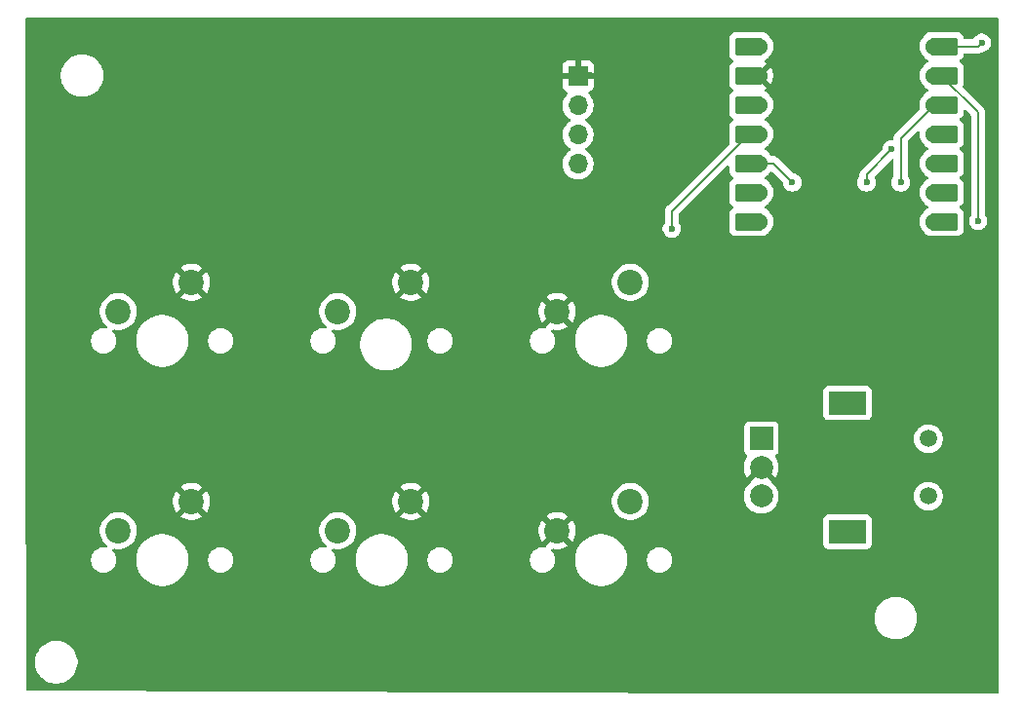
<source format=gbr>
%TF.GenerationSoftware,KiCad,Pcbnew,9.0.7*%
%TF.CreationDate,2026-01-16T03:08:10+02:00*%
%TF.ProjectId,HackPad,4861636b-5061-4642-9e6b-696361645f70,rev?*%
%TF.SameCoordinates,Original*%
%TF.FileFunction,Copper,L2,Bot*%
%TF.FilePolarity,Positive*%
%FSLAX46Y46*%
G04 Gerber Fmt 4.6, Leading zero omitted, Abs format (unit mm)*
G04 Created by KiCad (PCBNEW 9.0.7) date 2026-01-16 03:08:10*
%MOMM*%
%LPD*%
G01*
G04 APERTURE LIST*
G04 Aperture macros list*
%AMRoundRect*
0 Rectangle with rounded corners*
0 $1 Rounding radius*
0 $2 $3 $4 $5 $6 $7 $8 $9 X,Y pos of 4 corners*
0 Add a 4 corners polygon primitive as box body*
4,1,4,$2,$3,$4,$5,$6,$7,$8,$9,$2,$3,0*
0 Add four circle primitives for the rounded corners*
1,1,$1+$1,$2,$3*
1,1,$1+$1,$4,$5*
1,1,$1+$1,$6,$7*
1,1,$1+$1,$8,$9*
0 Add four rect primitives between the rounded corners*
20,1,$1+$1,$2,$3,$4,$5,0*
20,1,$1+$1,$4,$5,$6,$7,0*
20,1,$1+$1,$6,$7,$8,$9,0*
20,1,$1+$1,$8,$9,$2,$3,0*%
G04 Aperture macros list end*
%TA.AperFunction,ComponentPad*%
%ADD10R,1.700000X1.700000*%
%TD*%
%TA.AperFunction,ComponentPad*%
%ADD11O,1.700000X1.700000*%
%TD*%
%TA.AperFunction,ComponentPad*%
%ADD12C,2.200000*%
%TD*%
%TA.AperFunction,ComponentPad*%
%ADD13C,1.500000*%
%TD*%
%TA.AperFunction,ComponentPad*%
%ADD14R,2.000000X2.000000*%
%TD*%
%TA.AperFunction,ComponentPad*%
%ADD15C,2.000000*%
%TD*%
%TA.AperFunction,ComponentPad*%
%ADD16R,3.200000X2.000000*%
%TD*%
%TA.AperFunction,SMDPad,CuDef*%
%ADD17RoundRect,0.152400X-1.063600X-0.609600X1.063600X-0.609600X1.063600X0.609600X-1.063600X0.609600X0*%
%TD*%
%TA.AperFunction,ComponentPad*%
%ADD18C,1.524000*%
%TD*%
%TA.AperFunction,SMDPad,CuDef*%
%ADD19RoundRect,0.152400X1.063600X0.609600X-1.063600X0.609600X-1.063600X-0.609600X1.063600X-0.609600X0*%
%TD*%
%TA.AperFunction,ViaPad*%
%ADD20C,0.600000*%
%TD*%
%TA.AperFunction,Conductor*%
%ADD21C,0.200000*%
%TD*%
G04 APERTURE END LIST*
D10*
%TO.P,OLED1,1,GND*%
%TO.N,GND*%
X78530000Y-82110000D03*
D11*
%TO.P,OLED1,2,VCC*%
%TO.N,/3V3*%
X78530000Y-84650000D03*
%TO.P,OLED1,3,SCL*%
%TO.N,Net-(OLED1-SCL)*%
X78530000Y-87190000D03*
%TO.P,OLED1,4,SDA*%
%TO.N,Net-(OLED1-SDA)*%
X78530000Y-89730000D03*
%TD*%
D12*
%TO.P,SW4,2,2*%
%TO.N,Net-(U1-GPIO27{slash}ADC1{slash}A1)*%
X57670000Y-121630000D03*
%TO.P,SW4,1,1*%
%TO.N,GND*%
X64020000Y-119090000D03*
%TD*%
%TO.P,SW3,1,1*%
%TO.N,GND*%
X64020000Y-100040000D03*
%TO.P,SW3,2,2*%
%TO.N,Net-(U1-GPIO1{slash}RX)*%
X57670000Y-102580000D03*
%TD*%
%TO.P,SW2,1,1*%
%TO.N,GND*%
X44970000Y-119090000D03*
%TO.P,SW2,2,2*%
%TO.N,Net-(U1-GPIO2{slash}SCK)*%
X38620000Y-121630000D03*
%TD*%
%TO.P,SW1,1,1*%
%TO.N,GND*%
X44970000Y-100040000D03*
%TO.P,SW1,2,2*%
%TO.N,Net-(U1-GPIO26{slash}ADC0{slash}A0)*%
X38620000Y-102580000D03*
%TD*%
%TO.P,SW6,1,1*%
%TO.N,Net-(U1-GPIO4{slash}MISO)*%
X83070000Y-119090000D03*
%TO.P,SW6,2,2*%
%TO.N,GND*%
X76720000Y-121630000D03*
%TD*%
%TO.P,SW5,1,1*%
%TO.N,Net-(U1-GPIO3{slash}MOSI)*%
X83070000Y-100040000D03*
%TO.P,SW5,2,2*%
%TO.N,GND*%
X76720000Y-102580000D03*
%TD*%
D13*
%TO.P,SW7,*%
%TO.N,*%
X108935000Y-113625000D03*
X108935000Y-118625000D03*
D14*
%TO.P,SW7,A,A*%
%TO.N,Net-(U1-GPIO28{slash}ADC2{slash}A2)*%
X94435000Y-113625000D03*
D15*
%TO.P,SW7,B,B*%
%TO.N,Net-(U1-GPIO29{slash}ADC3{slash}A3)*%
X94435000Y-118625000D03*
%TO.P,SW7,C,C*%
%TO.N,GND*%
X94435000Y-116125000D03*
D16*
%TO.P,SW7,MP*%
%TO.N,N/C*%
X101935000Y-110525000D03*
X101935000Y-121725000D03*
%TD*%
D17*
%TO.P,U1,1,GPIO26/ADC0/A0*%
%TO.N,Net-(U1-GPIO26{slash}ADC0{slash}A0)*%
X110285000Y-79518500D03*
D18*
X109450000Y-79518500D03*
D17*
%TO.P,U1,2,GPIO27/ADC1/A1*%
%TO.N,Net-(U1-GPIO27{slash}ADC1{slash}A1)*%
X110285000Y-82058500D03*
D18*
X109450000Y-82058500D03*
D17*
%TO.P,U1,3,GPIO28/ADC2/A2*%
%TO.N,Net-(U1-GPIO28{slash}ADC2{slash}A2)*%
X110285000Y-84598500D03*
D18*
X109450000Y-84598500D03*
D17*
%TO.P,U1,4,GPIO29/ADC3/A3*%
%TO.N,Net-(U1-GPIO29{slash}ADC3{slash}A3)*%
X110285000Y-87138500D03*
D18*
X109450000Y-87138500D03*
D17*
%TO.P,U1,5,GPIO6/SDA*%
%TO.N,Net-(OLED1-SDA)*%
X110285000Y-89678500D03*
D18*
X109450000Y-89678500D03*
D17*
%TO.P,U1,6,GPIO7/SCL*%
%TO.N,Net-(OLED1-SCL)*%
X110285000Y-92218500D03*
D18*
X109450000Y-92218500D03*
D17*
%TO.P,U1,7,GPIO0/TX*%
%TO.N,unconnected-(U1-GPIO0{slash}TX-Pad7)*%
X110285000Y-94758500D03*
D18*
%TO.N,unconnected-(U1-GPIO0{slash}TX-Pad7)_1*%
X109450000Y-94758500D03*
%TO.P,U1,8,GPIO1/RX*%
%TO.N,Net-(U1-GPIO1{slash}RX)*%
X94210000Y-94758500D03*
D19*
X93375000Y-94758500D03*
D18*
%TO.P,U1,9,GPIO2/SCK*%
%TO.N,Net-(U1-GPIO2{slash}SCK)*%
X94210000Y-92218500D03*
D19*
X93375000Y-92218500D03*
D18*
%TO.P,U1,10,GPIO4/MISO*%
%TO.N,Net-(U1-GPIO4{slash}MISO)*%
X94210000Y-89678500D03*
D19*
X93375000Y-89678500D03*
D18*
%TO.P,U1,11,GPIO3/MOSI*%
%TO.N,Net-(U1-GPIO3{slash}MOSI)*%
X94210000Y-87138500D03*
D19*
X93375000Y-87138500D03*
D18*
%TO.P,U1,12,3V3*%
%TO.N,/3V3*%
X94210000Y-84598500D03*
D19*
X93375000Y-84598500D03*
D18*
%TO.P,U1,13,GND*%
%TO.N,GND*%
X94210000Y-82058500D03*
D19*
X93375000Y-82058500D03*
D18*
%TO.P,U1,14,VBUS*%
%TO.N,+5V*%
X94210000Y-79518500D03*
D19*
X93375000Y-79518500D03*
%TD*%
D20*
%TO.N,Net-(U1-GPIO27{slash}ADC1{slash}A1)*%
X113260000Y-94710000D03*
%TO.N,Net-(U1-GPIO4{slash}MISO)*%
X97130000Y-91341500D03*
%TO.N,Net-(U1-GPIO3{slash}MOSI)*%
X86670000Y-95358500D03*
%TO.N,Net-(U1-GPIO26{slash}ADC0{slash}A0)*%
X113580000Y-79210000D03*
%TO.N,Net-(U1-GPIO28{slash}ADC2{slash}A2)*%
X106540000Y-91341500D03*
%TO.N,Net-(U1-GPIO29{slash}ADC3{slash}A3)*%
X105760000Y-88480000D03*
X103570000Y-91341500D03*
%TO.N,GND*%
X79578271Y-82049755D03*
%TD*%
D21*
%TO.N,Net-(U1-GPIO27{slash}ADC1{slash}A1)*%
X110063626Y-82058500D02*
X109450000Y-82058500D01*
X113260000Y-85254874D02*
X110063626Y-82058500D01*
X113260000Y-94710000D02*
X113260000Y-85254874D01*
%TO.N,Net-(U1-GPIO4{slash}MISO)*%
X95467000Y-89678500D02*
X94210000Y-89678500D01*
X97130000Y-91341500D02*
X95467000Y-89678500D01*
%TO.N,Net-(U1-GPIO3{slash}MOSI)*%
X86670000Y-95358500D02*
X86670000Y-93843500D01*
X86670000Y-93843500D02*
X93375000Y-87138500D01*
%TO.N,Net-(U1-GPIO26{slash}ADC0{slash}A0)*%
X113271500Y-79518500D02*
X110285000Y-79518500D01*
X113580000Y-79210000D02*
X113271500Y-79518500D01*
%TO.N,Net-(U1-GPIO28{slash}ADC2{slash}A2)*%
X106540000Y-91341500D02*
X106540000Y-87508500D01*
X106540000Y-87508500D02*
X109450000Y-84598500D01*
%TO.N,Net-(U1-GPIO29{slash}ADC3{slash}A3)*%
X103570000Y-90670000D02*
X105760000Y-88480000D01*
X103570000Y-91341500D02*
X103570000Y-90670000D01*
%TD*%
%TA.AperFunction,Conductor*%
%TO.N,GND*%
G36*
X114992539Y-77050185D02*
G01*
X115038294Y-77102989D01*
X115049500Y-77154500D01*
X115049500Y-135685500D01*
X115029815Y-135752539D01*
X114977011Y-135798294D01*
X114925500Y-135809500D01*
X93347714Y-135809500D01*
X93347201Y-135809499D01*
X30753045Y-135550509D01*
X30686087Y-135530547D01*
X30640551Y-135477554D01*
X30629559Y-135426954D01*
X30627709Y-134910500D01*
X30620645Y-132938711D01*
X31379500Y-132938711D01*
X31379500Y-133181288D01*
X31411161Y-133421785D01*
X31473947Y-133656104D01*
X31566773Y-133880205D01*
X31566776Y-133880212D01*
X31688064Y-134090289D01*
X31688066Y-134090292D01*
X31688067Y-134090293D01*
X31835733Y-134282736D01*
X31835739Y-134282743D01*
X32007256Y-134454260D01*
X32007262Y-134454265D01*
X32199711Y-134601936D01*
X32409788Y-134723224D01*
X32633900Y-134816054D01*
X32868211Y-134878838D01*
X33048586Y-134902584D01*
X33108711Y-134910500D01*
X33108712Y-134910500D01*
X33351289Y-134910500D01*
X33399388Y-134904167D01*
X33591789Y-134878838D01*
X33826100Y-134816054D01*
X34050212Y-134723224D01*
X34260289Y-134601936D01*
X34452738Y-134454265D01*
X34624265Y-134282738D01*
X34771936Y-134090289D01*
X34893224Y-133880212D01*
X34986054Y-133656100D01*
X35048838Y-133421789D01*
X35080500Y-133181288D01*
X35080500Y-132938712D01*
X35048838Y-132698211D01*
X34986054Y-132463900D01*
X34893224Y-132239788D01*
X34771936Y-132029711D01*
X34624265Y-131837262D01*
X34624260Y-131837256D01*
X34452743Y-131665739D01*
X34452736Y-131665733D01*
X34260293Y-131518067D01*
X34260292Y-131518066D01*
X34260289Y-131518064D01*
X34050212Y-131396776D01*
X34050205Y-131396773D01*
X33826104Y-131303947D01*
X33591785Y-131241161D01*
X33351289Y-131209500D01*
X33351288Y-131209500D01*
X33108712Y-131209500D01*
X33108711Y-131209500D01*
X32868214Y-131241161D01*
X32633895Y-131303947D01*
X32409794Y-131396773D01*
X32409785Y-131396777D01*
X32199706Y-131518067D01*
X32007263Y-131665733D01*
X32007256Y-131665739D01*
X31835739Y-131837256D01*
X31835733Y-131837263D01*
X31688067Y-132029706D01*
X31566777Y-132239785D01*
X31566773Y-132239794D01*
X31473947Y-132463895D01*
X31411161Y-132698214D01*
X31379500Y-132938711D01*
X30620645Y-132938711D01*
X30606889Y-129098711D01*
X104269500Y-129098711D01*
X104269500Y-129341288D01*
X104301161Y-129581785D01*
X104363947Y-129816104D01*
X104456773Y-130040205D01*
X104456776Y-130040212D01*
X104578064Y-130250289D01*
X104578066Y-130250292D01*
X104578067Y-130250293D01*
X104725733Y-130442736D01*
X104725739Y-130442743D01*
X104897256Y-130614260D01*
X104897262Y-130614265D01*
X105089711Y-130761936D01*
X105299788Y-130883224D01*
X105523900Y-130976054D01*
X105758211Y-131038838D01*
X105938586Y-131062584D01*
X105998711Y-131070500D01*
X105998712Y-131070500D01*
X106241289Y-131070500D01*
X106289388Y-131064167D01*
X106481789Y-131038838D01*
X106716100Y-130976054D01*
X106940212Y-130883224D01*
X107150289Y-130761936D01*
X107342738Y-130614265D01*
X107514265Y-130442738D01*
X107661936Y-130250289D01*
X107783224Y-130040212D01*
X107876054Y-129816100D01*
X107938838Y-129581789D01*
X107970500Y-129341288D01*
X107970500Y-129098712D01*
X107938838Y-128858211D01*
X107876054Y-128623900D01*
X107783224Y-128399788D01*
X107661936Y-128189711D01*
X107514265Y-127997262D01*
X107514260Y-127997256D01*
X107342743Y-127825739D01*
X107342736Y-127825733D01*
X107150293Y-127678067D01*
X107150292Y-127678066D01*
X107150289Y-127678064D01*
X106940212Y-127556776D01*
X106940205Y-127556773D01*
X106716104Y-127463947D01*
X106481785Y-127401161D01*
X106241289Y-127369500D01*
X106241288Y-127369500D01*
X105998712Y-127369500D01*
X105998711Y-127369500D01*
X105758214Y-127401161D01*
X105523895Y-127463947D01*
X105299794Y-127556773D01*
X105299785Y-127556777D01*
X105089706Y-127678067D01*
X104897263Y-127825733D01*
X104897256Y-127825739D01*
X104725739Y-127997256D01*
X104725733Y-127997263D01*
X104578067Y-128189706D01*
X104456777Y-128399785D01*
X104456773Y-128399794D01*
X104363947Y-128623895D01*
X104301161Y-128858214D01*
X104269500Y-129098711D01*
X30606889Y-129098711D01*
X30588922Y-124083389D01*
X36249500Y-124083389D01*
X36249500Y-124256611D01*
X36276598Y-124427701D01*
X36330127Y-124592445D01*
X36408768Y-124746788D01*
X36510586Y-124886928D01*
X36633072Y-125009414D01*
X36773212Y-125111232D01*
X36927555Y-125189873D01*
X37092299Y-125243402D01*
X37263389Y-125270500D01*
X37263390Y-125270500D01*
X37436610Y-125270500D01*
X37436611Y-125270500D01*
X37607701Y-125243402D01*
X37772445Y-125189873D01*
X37926788Y-125111232D01*
X38066928Y-125009414D01*
X38189414Y-124886928D01*
X38291232Y-124746788D01*
X38369873Y-124592445D01*
X38423402Y-124427701D01*
X38450500Y-124256611D01*
X38450500Y-124083389D01*
X38440854Y-124022486D01*
X40179500Y-124022486D01*
X40179500Y-124317513D01*
X40211571Y-124561113D01*
X40218007Y-124609993D01*
X40292212Y-124886930D01*
X40294361Y-124894951D01*
X40294364Y-124894961D01*
X40407254Y-125167500D01*
X40407258Y-125167510D01*
X40554761Y-125422993D01*
X40734352Y-125657040D01*
X40734358Y-125657047D01*
X40942952Y-125865641D01*
X40942959Y-125865647D01*
X41177006Y-126045238D01*
X41432489Y-126192741D01*
X41432490Y-126192741D01*
X41432493Y-126192743D01*
X41705048Y-126305639D01*
X41990007Y-126381993D01*
X42282494Y-126420500D01*
X42282501Y-126420500D01*
X42577499Y-126420500D01*
X42577506Y-126420500D01*
X42869993Y-126381993D01*
X43154952Y-126305639D01*
X43427507Y-126192743D01*
X43682994Y-126045238D01*
X43917042Y-125865646D01*
X44125646Y-125657042D01*
X44305238Y-125422994D01*
X44452743Y-125167507D01*
X44565639Y-124894952D01*
X44641993Y-124609993D01*
X44680500Y-124317506D01*
X44680500Y-124083389D01*
X46409500Y-124083389D01*
X46409500Y-124256611D01*
X46436598Y-124427701D01*
X46490127Y-124592445D01*
X46568768Y-124746788D01*
X46670586Y-124886928D01*
X46793072Y-125009414D01*
X46933212Y-125111232D01*
X47087555Y-125189873D01*
X47252299Y-125243402D01*
X47423389Y-125270500D01*
X47423390Y-125270500D01*
X47596610Y-125270500D01*
X47596611Y-125270500D01*
X47767701Y-125243402D01*
X47932445Y-125189873D01*
X48086788Y-125111232D01*
X48226928Y-125009414D01*
X48349414Y-124886928D01*
X48451232Y-124746788D01*
X48529873Y-124592445D01*
X48583402Y-124427701D01*
X48610500Y-124256611D01*
X48610500Y-124083389D01*
X55299500Y-124083389D01*
X55299500Y-124256611D01*
X55326598Y-124427701D01*
X55380127Y-124592445D01*
X55458768Y-124746788D01*
X55560586Y-124886928D01*
X55683072Y-125009414D01*
X55823212Y-125111232D01*
X55977555Y-125189873D01*
X56142299Y-125243402D01*
X56313389Y-125270500D01*
X56313390Y-125270500D01*
X56486610Y-125270500D01*
X56486611Y-125270500D01*
X56657701Y-125243402D01*
X56822445Y-125189873D01*
X56976788Y-125111232D01*
X57116928Y-125009414D01*
X57239414Y-124886928D01*
X57341232Y-124746788D01*
X57419873Y-124592445D01*
X57473402Y-124427701D01*
X57500500Y-124256611D01*
X57500500Y-124083389D01*
X57490854Y-124022486D01*
X59229500Y-124022486D01*
X59229500Y-124317513D01*
X59261571Y-124561113D01*
X59268007Y-124609993D01*
X59342212Y-124886930D01*
X59344361Y-124894951D01*
X59344364Y-124894961D01*
X59457254Y-125167500D01*
X59457258Y-125167510D01*
X59604761Y-125422993D01*
X59784352Y-125657040D01*
X59784358Y-125657047D01*
X59992952Y-125865641D01*
X59992959Y-125865647D01*
X60227006Y-126045238D01*
X60482489Y-126192741D01*
X60482490Y-126192741D01*
X60482493Y-126192743D01*
X60755048Y-126305639D01*
X61040007Y-126381993D01*
X61332494Y-126420500D01*
X61332501Y-126420500D01*
X61627499Y-126420500D01*
X61627506Y-126420500D01*
X61919993Y-126381993D01*
X62204952Y-126305639D01*
X62477507Y-126192743D01*
X62732994Y-126045238D01*
X62967042Y-125865646D01*
X63175646Y-125657042D01*
X63355238Y-125422994D01*
X63502743Y-125167507D01*
X63615639Y-124894952D01*
X63691993Y-124609993D01*
X63730500Y-124317506D01*
X63730500Y-124083389D01*
X65459500Y-124083389D01*
X65459500Y-124256611D01*
X65486598Y-124427701D01*
X65540127Y-124592445D01*
X65618768Y-124746788D01*
X65720586Y-124886928D01*
X65843072Y-125009414D01*
X65983212Y-125111232D01*
X66137555Y-125189873D01*
X66302299Y-125243402D01*
X66473389Y-125270500D01*
X66473390Y-125270500D01*
X66646610Y-125270500D01*
X66646611Y-125270500D01*
X66817701Y-125243402D01*
X66982445Y-125189873D01*
X67136788Y-125111232D01*
X67276928Y-125009414D01*
X67399414Y-124886928D01*
X67501232Y-124746788D01*
X67579873Y-124592445D01*
X67633402Y-124427701D01*
X67660500Y-124256611D01*
X67660500Y-124083389D01*
X74349500Y-124083389D01*
X74349500Y-124256611D01*
X74376598Y-124427701D01*
X74430127Y-124592445D01*
X74508768Y-124746788D01*
X74610586Y-124886928D01*
X74733072Y-125009414D01*
X74873212Y-125111232D01*
X75027555Y-125189873D01*
X75192299Y-125243402D01*
X75363389Y-125270500D01*
X75363390Y-125270500D01*
X75536610Y-125270500D01*
X75536611Y-125270500D01*
X75707701Y-125243402D01*
X75872445Y-125189873D01*
X76026788Y-125111232D01*
X76166928Y-125009414D01*
X76289414Y-124886928D01*
X76391232Y-124746788D01*
X76469873Y-124592445D01*
X76523402Y-124427701D01*
X76550500Y-124256611D01*
X76550500Y-124083389D01*
X76540854Y-124022486D01*
X78279500Y-124022486D01*
X78279500Y-124317513D01*
X78311571Y-124561113D01*
X78318007Y-124609993D01*
X78392212Y-124886930D01*
X78394361Y-124894951D01*
X78394364Y-124894961D01*
X78507254Y-125167500D01*
X78507258Y-125167510D01*
X78654761Y-125422993D01*
X78834352Y-125657040D01*
X78834358Y-125657047D01*
X79042952Y-125865641D01*
X79042959Y-125865647D01*
X79277006Y-126045238D01*
X79532489Y-126192741D01*
X79532490Y-126192741D01*
X79532493Y-126192743D01*
X79805048Y-126305639D01*
X80090007Y-126381993D01*
X80382494Y-126420500D01*
X80382501Y-126420500D01*
X80677499Y-126420500D01*
X80677506Y-126420500D01*
X80969993Y-126381993D01*
X81254952Y-126305639D01*
X81527507Y-126192743D01*
X81782994Y-126045238D01*
X82017042Y-125865646D01*
X82225646Y-125657042D01*
X82405238Y-125422994D01*
X82552743Y-125167507D01*
X82665639Y-124894952D01*
X82741993Y-124609993D01*
X82780500Y-124317506D01*
X82780500Y-124083389D01*
X84509500Y-124083389D01*
X84509500Y-124256611D01*
X84536598Y-124427701D01*
X84590127Y-124592445D01*
X84668768Y-124746788D01*
X84770586Y-124886928D01*
X84893072Y-125009414D01*
X85033212Y-125111232D01*
X85187555Y-125189873D01*
X85352299Y-125243402D01*
X85523389Y-125270500D01*
X85523390Y-125270500D01*
X85696610Y-125270500D01*
X85696611Y-125270500D01*
X85867701Y-125243402D01*
X86032445Y-125189873D01*
X86186788Y-125111232D01*
X86326928Y-125009414D01*
X86449414Y-124886928D01*
X86551232Y-124746788D01*
X86629873Y-124592445D01*
X86683402Y-124427701D01*
X86710500Y-124256611D01*
X86710500Y-124083389D01*
X86683402Y-123912299D01*
X86629873Y-123747555D01*
X86551232Y-123593212D01*
X86449414Y-123453072D01*
X86326928Y-123330586D01*
X86186788Y-123228768D01*
X86032445Y-123150127D01*
X85867701Y-123096598D01*
X85867699Y-123096597D01*
X85867698Y-123096597D01*
X85736271Y-123075781D01*
X85696611Y-123069500D01*
X85523389Y-123069500D01*
X85483728Y-123075781D01*
X85352302Y-123096597D01*
X85187552Y-123150128D01*
X85033211Y-123228768D01*
X84977115Y-123269525D01*
X84893072Y-123330586D01*
X84893070Y-123330588D01*
X84893069Y-123330588D01*
X84770588Y-123453069D01*
X84770588Y-123453070D01*
X84770586Y-123453072D01*
X84726859Y-123513256D01*
X84668768Y-123593211D01*
X84590128Y-123747552D01*
X84536597Y-123912302D01*
X84509500Y-124083389D01*
X82780500Y-124083389D01*
X82780500Y-124022494D01*
X82741993Y-123730007D01*
X82665639Y-123445048D01*
X82552743Y-123172493D01*
X82502604Y-123085650D01*
X82405238Y-122917006D01*
X82225647Y-122682959D01*
X82225641Y-122682952D01*
X82017047Y-122474358D01*
X82017040Y-122474352D01*
X81782993Y-122294761D01*
X81527510Y-122147258D01*
X81527500Y-122147254D01*
X81254961Y-122034364D01*
X81254954Y-122034362D01*
X81254952Y-122034361D01*
X80969993Y-121958007D01*
X80921113Y-121951571D01*
X80677513Y-121919500D01*
X80677506Y-121919500D01*
X80382494Y-121919500D01*
X80382486Y-121919500D01*
X80104085Y-121956153D01*
X80090007Y-121958007D01*
X79915861Y-122004669D01*
X79805048Y-122034361D01*
X79805038Y-122034364D01*
X79532499Y-122147254D01*
X79532489Y-122147258D01*
X79277006Y-122294761D01*
X79042959Y-122474352D01*
X79042952Y-122474358D01*
X78834358Y-122682952D01*
X78834352Y-122682959D01*
X78654761Y-122917006D01*
X78507258Y-123172489D01*
X78507254Y-123172499D01*
X78394364Y-123445038D01*
X78394361Y-123445048D01*
X78318008Y-123730004D01*
X78318006Y-123730015D01*
X78279500Y-124022486D01*
X76540854Y-124022486D01*
X76523402Y-123912299D01*
X76469873Y-123747555D01*
X76391232Y-123593212D01*
X76289414Y-123453072D01*
X76236882Y-123400540D01*
X76203397Y-123339217D01*
X76208381Y-123269525D01*
X76250253Y-123213592D01*
X76315717Y-123189175D01*
X76343961Y-123190386D01*
X76594072Y-123230000D01*
X76845928Y-123230000D01*
X77094669Y-123190602D01*
X77334184Y-123112780D01*
X77558575Y-122998446D01*
X77558581Y-122998442D01*
X77660697Y-122924250D01*
X77660698Y-122924250D01*
X77044025Y-122307578D01*
X77075258Y-122294641D01*
X77198097Y-122212563D01*
X77302563Y-122108097D01*
X77384641Y-121985258D01*
X77397578Y-121954025D01*
X78014250Y-122570698D01*
X78014250Y-122570697D01*
X78088442Y-122468581D01*
X78088446Y-122468575D01*
X78202780Y-122244184D01*
X78280602Y-122004669D01*
X78320000Y-121755928D01*
X78320000Y-121504071D01*
X78280602Y-121255330D01*
X78202780Y-121015815D01*
X78088442Y-120791416D01*
X78014250Y-120689301D01*
X78014250Y-120689300D01*
X77397577Y-121305973D01*
X77384641Y-121274742D01*
X77302563Y-121151903D01*
X77198097Y-121047437D01*
X77075258Y-120965359D01*
X77044024Y-120952421D01*
X77660698Y-120335748D01*
X77558583Y-120261557D01*
X77334184Y-120147219D01*
X77094669Y-120069397D01*
X76845928Y-120030000D01*
X76594072Y-120030000D01*
X76345330Y-120069397D01*
X76105815Y-120147219D01*
X75881413Y-120261559D01*
X75779301Y-120335747D01*
X75779300Y-120335748D01*
X76395974Y-120952421D01*
X76364742Y-120965359D01*
X76241903Y-121047437D01*
X76137437Y-121151903D01*
X76055359Y-121274742D01*
X76042421Y-121305974D01*
X75425748Y-120689300D01*
X75425747Y-120689301D01*
X75351559Y-120791413D01*
X75237219Y-121015815D01*
X75159397Y-121255330D01*
X75120000Y-121504071D01*
X75120000Y-121755928D01*
X75159397Y-122004669D01*
X75237219Y-122244184D01*
X75351557Y-122468583D01*
X75425748Y-122570697D01*
X75425748Y-122570698D01*
X76042421Y-121954024D01*
X76055359Y-121985258D01*
X76137437Y-122108097D01*
X76241903Y-122212563D01*
X76364742Y-122294641D01*
X76395974Y-122307577D01*
X75779300Y-122924250D01*
X75781598Y-122953449D01*
X75767233Y-123021827D01*
X75718181Y-123071583D01*
X75650016Y-123086921D01*
X75638583Y-123085650D01*
X75536611Y-123069500D01*
X75363389Y-123069500D01*
X75323728Y-123075781D01*
X75192302Y-123096597D01*
X75027552Y-123150128D01*
X74873211Y-123228768D01*
X74817115Y-123269525D01*
X74733072Y-123330586D01*
X74733070Y-123330588D01*
X74733069Y-123330588D01*
X74610588Y-123453069D01*
X74610588Y-123453070D01*
X74610586Y-123453072D01*
X74566859Y-123513256D01*
X74508768Y-123593211D01*
X74430128Y-123747552D01*
X74376597Y-123912302D01*
X74349500Y-124083389D01*
X67660500Y-124083389D01*
X67633402Y-123912299D01*
X67579873Y-123747555D01*
X67501232Y-123593212D01*
X67399414Y-123453072D01*
X67276928Y-123330586D01*
X67136788Y-123228768D01*
X66982445Y-123150127D01*
X66817701Y-123096598D01*
X66817699Y-123096597D01*
X66817698Y-123096597D01*
X66686271Y-123075781D01*
X66646611Y-123069500D01*
X66473389Y-123069500D01*
X66433728Y-123075781D01*
X66302302Y-123096597D01*
X66137552Y-123150128D01*
X65983211Y-123228768D01*
X65927115Y-123269525D01*
X65843072Y-123330586D01*
X65843070Y-123330588D01*
X65843069Y-123330588D01*
X65720588Y-123453069D01*
X65720588Y-123453070D01*
X65720586Y-123453072D01*
X65676859Y-123513256D01*
X65618768Y-123593211D01*
X65540128Y-123747552D01*
X65486597Y-123912302D01*
X65459500Y-124083389D01*
X63730500Y-124083389D01*
X63730500Y-124022494D01*
X63691993Y-123730007D01*
X63615639Y-123445048D01*
X63502743Y-123172493D01*
X63452604Y-123085650D01*
X63355238Y-122917006D01*
X63175647Y-122682959D01*
X63175641Y-122682952D01*
X62967047Y-122474358D01*
X62967040Y-122474352D01*
X62732993Y-122294761D01*
X62477510Y-122147258D01*
X62477500Y-122147254D01*
X62204961Y-122034364D01*
X62204954Y-122034362D01*
X62204952Y-122034361D01*
X61919993Y-121958007D01*
X61871113Y-121951571D01*
X61627513Y-121919500D01*
X61627506Y-121919500D01*
X61332494Y-121919500D01*
X61332486Y-121919500D01*
X61054085Y-121956153D01*
X61040007Y-121958007D01*
X60865861Y-122004669D01*
X60755048Y-122034361D01*
X60755038Y-122034364D01*
X60482499Y-122147254D01*
X60482489Y-122147258D01*
X60227006Y-122294761D01*
X59992959Y-122474352D01*
X59992952Y-122474358D01*
X59784358Y-122682952D01*
X59784352Y-122682959D01*
X59604761Y-122917006D01*
X59457258Y-123172489D01*
X59457254Y-123172499D01*
X59344364Y-123445038D01*
X59344361Y-123445048D01*
X59268008Y-123730004D01*
X59268006Y-123730015D01*
X59229500Y-124022486D01*
X57490854Y-124022486D01*
X57473402Y-123912299D01*
X57419873Y-123747555D01*
X57341232Y-123593212D01*
X57239414Y-123453072D01*
X57187482Y-123401140D01*
X57153997Y-123339817D01*
X57158981Y-123270125D01*
X57200853Y-123214192D01*
X57266317Y-123189775D01*
X57294561Y-123190986D01*
X57295212Y-123191089D01*
X57295215Y-123191090D01*
X57544038Y-123230500D01*
X57544039Y-123230500D01*
X57795961Y-123230500D01*
X57795962Y-123230500D01*
X58044785Y-123191090D01*
X58284379Y-123113241D01*
X58508845Y-122998870D01*
X58712656Y-122850793D01*
X58890793Y-122672656D01*
X59038870Y-122468845D01*
X59153241Y-122244379D01*
X59231090Y-122004785D01*
X59270500Y-121755962D01*
X59270500Y-121504038D01*
X59231090Y-121255215D01*
X59153241Y-121015621D01*
X59153239Y-121015618D01*
X59153239Y-121015616D01*
X59098824Y-120908822D01*
X59038870Y-120791155D01*
X58956030Y-120677135D01*
X58890798Y-120587350D01*
X58890794Y-120587345D01*
X58712654Y-120409205D01*
X58712649Y-120409201D01*
X58508848Y-120261132D01*
X58508847Y-120261131D01*
X58508845Y-120261130D01*
X58436956Y-120224501D01*
X58284383Y-120146760D01*
X58044785Y-120068910D01*
X57795962Y-120029500D01*
X57544038Y-120029500D01*
X57419626Y-120049205D01*
X57295214Y-120068910D01*
X57055616Y-120146760D01*
X56831151Y-120261132D01*
X56627350Y-120409201D01*
X56627345Y-120409205D01*
X56449205Y-120587345D01*
X56449201Y-120587350D01*
X56301132Y-120791151D01*
X56186760Y-121015616D01*
X56108910Y-121255214D01*
X56069500Y-121504038D01*
X56069500Y-121755961D01*
X56108910Y-122004785D01*
X56186760Y-122244383D01*
X56255861Y-122380000D01*
X56300995Y-122468581D01*
X56301132Y-122468848D01*
X56449201Y-122672649D01*
X56449205Y-122672654D01*
X56449207Y-122672656D01*
X56627344Y-122850793D01*
X56627345Y-122850794D01*
X56627344Y-122850794D01*
X56633661Y-122855383D01*
X56676327Y-122910714D01*
X56682305Y-122980327D01*
X56649699Y-123042122D01*
X56588860Y-123076479D01*
X56541378Y-123078174D01*
X56486611Y-123069500D01*
X56313389Y-123069500D01*
X56273728Y-123075781D01*
X56142302Y-123096597D01*
X55977552Y-123150128D01*
X55823211Y-123228768D01*
X55767115Y-123269525D01*
X55683072Y-123330586D01*
X55683070Y-123330588D01*
X55683069Y-123330588D01*
X55560588Y-123453069D01*
X55560588Y-123453070D01*
X55560586Y-123453072D01*
X55516859Y-123513256D01*
X55458768Y-123593211D01*
X55380128Y-123747552D01*
X55326597Y-123912302D01*
X55299500Y-124083389D01*
X48610500Y-124083389D01*
X48583402Y-123912299D01*
X48529873Y-123747555D01*
X48451232Y-123593212D01*
X48349414Y-123453072D01*
X48226928Y-123330586D01*
X48086788Y-123228768D01*
X47932445Y-123150127D01*
X47767701Y-123096598D01*
X47767699Y-123096597D01*
X47767698Y-123096597D01*
X47636271Y-123075781D01*
X47596611Y-123069500D01*
X47423389Y-123069500D01*
X47383728Y-123075781D01*
X47252302Y-123096597D01*
X47087552Y-123150128D01*
X46933211Y-123228768D01*
X46877115Y-123269525D01*
X46793072Y-123330586D01*
X46793070Y-123330588D01*
X46793069Y-123330588D01*
X46670588Y-123453069D01*
X46670588Y-123453070D01*
X46670586Y-123453072D01*
X46626859Y-123513256D01*
X46568768Y-123593211D01*
X46490128Y-123747552D01*
X46436597Y-123912302D01*
X46409500Y-124083389D01*
X44680500Y-124083389D01*
X44680500Y-124022494D01*
X44641993Y-123730007D01*
X44565639Y-123445048D01*
X44452743Y-123172493D01*
X44402604Y-123085650D01*
X44305238Y-122917006D01*
X44125647Y-122682959D01*
X44125641Y-122682952D01*
X43917047Y-122474358D01*
X43917040Y-122474352D01*
X43682993Y-122294761D01*
X43427510Y-122147258D01*
X43427500Y-122147254D01*
X43154961Y-122034364D01*
X43154954Y-122034362D01*
X43154952Y-122034361D01*
X42869993Y-121958007D01*
X42821113Y-121951571D01*
X42577513Y-121919500D01*
X42577506Y-121919500D01*
X42282494Y-121919500D01*
X42282486Y-121919500D01*
X42004085Y-121956153D01*
X41990007Y-121958007D01*
X41815861Y-122004669D01*
X41705048Y-122034361D01*
X41705038Y-122034364D01*
X41432499Y-122147254D01*
X41432489Y-122147258D01*
X41177006Y-122294761D01*
X40942959Y-122474352D01*
X40942952Y-122474358D01*
X40734358Y-122682952D01*
X40734352Y-122682959D01*
X40554761Y-122917006D01*
X40407258Y-123172489D01*
X40407254Y-123172499D01*
X40294364Y-123445038D01*
X40294361Y-123445048D01*
X40218008Y-123730004D01*
X40218006Y-123730015D01*
X40179500Y-124022486D01*
X38440854Y-124022486D01*
X38423402Y-123912299D01*
X38369873Y-123747555D01*
X38291232Y-123593212D01*
X38189414Y-123453072D01*
X38137482Y-123401140D01*
X38103997Y-123339817D01*
X38108981Y-123270125D01*
X38150853Y-123214192D01*
X38216317Y-123189775D01*
X38244561Y-123190986D01*
X38245212Y-123191089D01*
X38245215Y-123191090D01*
X38494038Y-123230500D01*
X38494039Y-123230500D01*
X38745961Y-123230500D01*
X38745962Y-123230500D01*
X38994785Y-123191090D01*
X39234379Y-123113241D01*
X39458845Y-122998870D01*
X39662656Y-122850793D01*
X39840793Y-122672656D01*
X39988870Y-122468845D01*
X40103241Y-122244379D01*
X40181090Y-122004785D01*
X40220500Y-121755962D01*
X40220500Y-121504038D01*
X40181090Y-121255215D01*
X40103241Y-121015621D01*
X40103239Y-121015618D01*
X40103239Y-121015616D01*
X40048824Y-120908822D01*
X39988870Y-120791155D01*
X39906030Y-120677135D01*
X39840798Y-120587350D01*
X39840794Y-120587345D01*
X39662654Y-120409205D01*
X39662649Y-120409201D01*
X39458848Y-120261132D01*
X39458847Y-120261131D01*
X39458845Y-120261130D01*
X39386956Y-120224501D01*
X39234383Y-120146760D01*
X38994785Y-120068910D01*
X38745962Y-120029500D01*
X38494038Y-120029500D01*
X38369626Y-120049205D01*
X38245214Y-120068910D01*
X38005616Y-120146760D01*
X37781151Y-120261132D01*
X37577350Y-120409201D01*
X37577345Y-120409205D01*
X37399205Y-120587345D01*
X37399201Y-120587350D01*
X37251132Y-120791151D01*
X37136760Y-121015616D01*
X37058910Y-121255214D01*
X37019500Y-121504038D01*
X37019500Y-121755961D01*
X37058910Y-122004785D01*
X37136760Y-122244383D01*
X37205861Y-122380000D01*
X37250995Y-122468581D01*
X37251132Y-122468848D01*
X37399201Y-122672649D01*
X37399205Y-122672654D01*
X37399207Y-122672656D01*
X37577344Y-122850793D01*
X37577345Y-122850794D01*
X37577344Y-122850794D01*
X37583661Y-122855383D01*
X37626327Y-122910714D01*
X37632305Y-122980327D01*
X37599699Y-123042122D01*
X37538860Y-123076479D01*
X37491378Y-123078174D01*
X37436611Y-123069500D01*
X37263389Y-123069500D01*
X37223728Y-123075781D01*
X37092302Y-123096597D01*
X36927552Y-123150128D01*
X36773211Y-123228768D01*
X36717115Y-123269525D01*
X36633072Y-123330586D01*
X36633070Y-123330588D01*
X36633069Y-123330588D01*
X36510588Y-123453069D01*
X36510588Y-123453070D01*
X36510586Y-123453072D01*
X36466859Y-123513256D01*
X36408768Y-123593211D01*
X36330128Y-123747552D01*
X36276597Y-123912302D01*
X36249500Y-124083389D01*
X30588922Y-124083389D01*
X30579406Y-121427183D01*
X30570583Y-118964071D01*
X43370000Y-118964071D01*
X43370000Y-119215928D01*
X43409397Y-119464669D01*
X43487219Y-119704184D01*
X43601557Y-119928583D01*
X43675748Y-120030697D01*
X43675748Y-120030698D01*
X44292421Y-119414024D01*
X44305359Y-119445258D01*
X44387437Y-119568097D01*
X44491903Y-119672563D01*
X44614742Y-119754641D01*
X44645974Y-119767577D01*
X44029300Y-120384250D01*
X44131416Y-120458442D01*
X44355815Y-120572780D01*
X44595330Y-120650602D01*
X44844072Y-120690000D01*
X45095928Y-120690000D01*
X45344669Y-120650602D01*
X45584184Y-120572780D01*
X45808575Y-120458446D01*
X45808581Y-120458442D01*
X45910697Y-120384250D01*
X45910698Y-120384250D01*
X45294025Y-119767578D01*
X45325258Y-119754641D01*
X45448097Y-119672563D01*
X45552563Y-119568097D01*
X45634641Y-119445258D01*
X45647577Y-119414025D01*
X46264250Y-120030698D01*
X46264250Y-120030697D01*
X46338442Y-119928581D01*
X46338446Y-119928575D01*
X46452780Y-119704184D01*
X46530602Y-119464669D01*
X46570000Y-119215928D01*
X46570000Y-118964071D01*
X62420000Y-118964071D01*
X62420000Y-119215928D01*
X62459397Y-119464669D01*
X62537219Y-119704184D01*
X62651557Y-119928583D01*
X62725748Y-120030697D01*
X62725748Y-120030698D01*
X63342421Y-119414024D01*
X63355359Y-119445258D01*
X63437437Y-119568097D01*
X63541903Y-119672563D01*
X63664742Y-119754641D01*
X63695974Y-119767577D01*
X63079300Y-120384250D01*
X63181416Y-120458442D01*
X63405815Y-120572780D01*
X63645330Y-120650602D01*
X63894072Y-120690000D01*
X64145928Y-120690000D01*
X64394669Y-120650602D01*
X64634184Y-120572780D01*
X64858575Y-120458446D01*
X64858581Y-120458442D01*
X64960697Y-120384250D01*
X64960697Y-120384249D01*
X64344025Y-119767578D01*
X64375258Y-119754641D01*
X64498097Y-119672563D01*
X64602563Y-119568097D01*
X64684641Y-119445258D01*
X64697577Y-119414025D01*
X65314250Y-120030698D01*
X65314250Y-120030697D01*
X65388442Y-119928581D01*
X65388446Y-119928575D01*
X65502780Y-119704184D01*
X65580602Y-119464669D01*
X65620000Y-119215928D01*
X65620000Y-118964071D01*
X65619995Y-118964038D01*
X81469500Y-118964038D01*
X81469500Y-119215961D01*
X81508910Y-119464785D01*
X81586760Y-119704383D01*
X81655861Y-119840000D01*
X81700995Y-119928581D01*
X81701132Y-119928848D01*
X81849201Y-120132649D01*
X81849205Y-120132654D01*
X82027345Y-120310794D01*
X82027350Y-120310798D01*
X82205117Y-120439952D01*
X82231155Y-120458870D01*
X82374184Y-120531747D01*
X82455616Y-120573239D01*
X82455618Y-120573239D01*
X82455621Y-120573241D01*
X82695215Y-120651090D01*
X82944038Y-120690500D01*
X82944039Y-120690500D01*
X83195961Y-120690500D01*
X83195962Y-120690500D01*
X83280345Y-120677135D01*
X99834500Y-120677135D01*
X99834500Y-122772870D01*
X99834501Y-122772876D01*
X99840908Y-122832483D01*
X99891202Y-122967328D01*
X99891206Y-122967335D01*
X99977452Y-123082544D01*
X99977455Y-123082547D01*
X100092664Y-123168793D01*
X100092671Y-123168797D01*
X100227517Y-123219091D01*
X100227516Y-123219091D01*
X100234444Y-123219835D01*
X100287127Y-123225500D01*
X103582872Y-123225499D01*
X103642483Y-123219091D01*
X103777331Y-123168796D01*
X103892546Y-123082546D01*
X103978796Y-122967331D01*
X104029091Y-122832483D01*
X104035500Y-122772873D01*
X104035499Y-120677128D01*
X104029091Y-120617517D01*
X104017839Y-120587350D01*
X103978797Y-120482671D01*
X103978793Y-120482664D01*
X103892547Y-120367455D01*
X103892544Y-120367452D01*
X103777335Y-120281206D01*
X103777328Y-120281202D01*
X103642482Y-120230908D01*
X103642483Y-120230908D01*
X103582883Y-120224501D01*
X103582881Y-120224500D01*
X103582873Y-120224500D01*
X103582864Y-120224500D01*
X100287129Y-120224500D01*
X100287123Y-120224501D01*
X100227516Y-120230908D01*
X100092671Y-120281202D01*
X100092664Y-120281206D01*
X99977455Y-120367452D01*
X99977452Y-120367455D01*
X99891206Y-120482664D01*
X99891202Y-120482671D01*
X99840908Y-120617517D01*
X99837299Y-120651089D01*
X99834501Y-120677123D01*
X99834500Y-120677135D01*
X83280345Y-120677135D01*
X83444785Y-120651090D01*
X83684379Y-120573241D01*
X83685284Y-120572780D01*
X83703847Y-120563322D01*
X83703848Y-120563321D01*
X83908845Y-120458870D01*
X84112656Y-120310793D01*
X84290793Y-120132656D01*
X84438870Y-119928845D01*
X84553241Y-119704379D01*
X84631090Y-119464785D01*
X84670500Y-119215962D01*
X84670500Y-118964038D01*
X84631090Y-118715215D01*
X84553241Y-118475621D01*
X84553239Y-118475618D01*
X84553239Y-118475616D01*
X84498824Y-118368822D01*
X84438870Y-118251155D01*
X84361726Y-118144975D01*
X84290798Y-118047350D01*
X84290794Y-118047345D01*
X84112654Y-117869205D01*
X84112649Y-117869201D01*
X83908848Y-117721132D01*
X83908847Y-117721131D01*
X83908845Y-117721130D01*
X83810797Y-117671172D01*
X83684383Y-117606760D01*
X83444785Y-117528910D01*
X83195962Y-117489500D01*
X82944038Y-117489500D01*
X82819626Y-117509205D01*
X82695214Y-117528910D01*
X82455616Y-117606760D01*
X82231151Y-117721132D01*
X82027350Y-117869201D01*
X82027345Y-117869205D01*
X81849205Y-118047345D01*
X81849201Y-118047350D01*
X81701132Y-118251151D01*
X81586760Y-118475616D01*
X81508910Y-118715214D01*
X81469500Y-118964038D01*
X65619995Y-118964038D01*
X65580602Y-118715330D01*
X65502780Y-118475815D01*
X65388442Y-118251416D01*
X65314250Y-118149301D01*
X65314250Y-118149300D01*
X64697577Y-118765973D01*
X64684641Y-118734742D01*
X64602563Y-118611903D01*
X64498097Y-118507437D01*
X64375258Y-118425359D01*
X64344024Y-118412421D01*
X64960698Y-117795748D01*
X64858583Y-117721557D01*
X64634184Y-117607219D01*
X64394669Y-117529397D01*
X64145928Y-117490000D01*
X63894072Y-117490000D01*
X63645330Y-117529397D01*
X63405815Y-117607219D01*
X63181413Y-117721559D01*
X63079301Y-117795747D01*
X63079300Y-117795748D01*
X63695974Y-118412421D01*
X63664742Y-118425359D01*
X63541903Y-118507437D01*
X63437437Y-118611903D01*
X63355359Y-118734742D01*
X63342421Y-118765974D01*
X62725748Y-118149300D01*
X62725747Y-118149301D01*
X62651559Y-118251413D01*
X62537219Y-118475815D01*
X62459397Y-118715330D01*
X62420000Y-118964071D01*
X46570000Y-118964071D01*
X46530602Y-118715330D01*
X46452780Y-118475815D01*
X46338442Y-118251416D01*
X46264250Y-118149301D01*
X46264250Y-118149300D01*
X45647577Y-118765973D01*
X45634641Y-118734742D01*
X45552563Y-118611903D01*
X45448097Y-118507437D01*
X45325258Y-118425359D01*
X45294024Y-118412421D01*
X45910698Y-117795748D01*
X45808583Y-117721557D01*
X45584184Y-117607219D01*
X45344669Y-117529397D01*
X45095928Y-117490000D01*
X44844072Y-117490000D01*
X44595330Y-117529397D01*
X44355815Y-117607219D01*
X44131413Y-117721559D01*
X44029301Y-117795747D01*
X44029300Y-117795748D01*
X44645974Y-118412421D01*
X44614742Y-118425359D01*
X44491903Y-118507437D01*
X44387437Y-118611903D01*
X44305359Y-118734742D01*
X44292421Y-118765974D01*
X43675748Y-118149300D01*
X43675747Y-118149301D01*
X43601559Y-118251413D01*
X43487219Y-118475815D01*
X43409397Y-118715330D01*
X43370000Y-118964071D01*
X30570583Y-118964071D01*
X30570567Y-118959649D01*
X30567648Y-118144970D01*
X30560501Y-116149850D01*
X30560500Y-116149406D01*
X30560500Y-112577135D01*
X92934500Y-112577135D01*
X92934500Y-114672870D01*
X92934501Y-114672876D01*
X92940908Y-114732483D01*
X92991202Y-114867328D01*
X92991206Y-114867335D01*
X93077452Y-114982544D01*
X93077453Y-114982544D01*
X93077454Y-114982546D01*
X93131284Y-115022843D01*
X93195599Y-115070990D01*
X93237469Y-115126924D01*
X93242453Y-115196615D01*
X93221605Y-115243141D01*
X93152087Y-115338824D01*
X93044897Y-115549197D01*
X92971934Y-115773752D01*
X92935000Y-116006947D01*
X92935000Y-116243052D01*
X92971934Y-116476247D01*
X93044897Y-116700802D01*
X93152087Y-116911174D01*
X93212338Y-116994104D01*
X93212340Y-116994105D01*
X93952037Y-116254408D01*
X93969075Y-116317993D01*
X94034901Y-116432007D01*
X94127993Y-116525099D01*
X94242007Y-116590925D01*
X94305590Y-116607962D01*
X93559280Y-117354271D01*
X93550105Y-117397947D01*
X93513739Y-117439615D01*
X93457490Y-117480482D01*
X93290485Y-117647487D01*
X93290485Y-117647488D01*
X93290483Y-117647490D01*
X93273277Y-117671172D01*
X93151657Y-117838566D01*
X93044433Y-118049003D01*
X92971446Y-118273631D01*
X92934500Y-118506902D01*
X92934500Y-118743097D01*
X92971446Y-118976368D01*
X93044433Y-119200996D01*
X93099346Y-119308767D01*
X93151657Y-119411433D01*
X93290483Y-119602510D01*
X93457490Y-119769517D01*
X93648567Y-119908343D01*
X93747991Y-119959002D01*
X93859003Y-120015566D01*
X93859005Y-120015566D01*
X93859008Y-120015568D01*
X93979412Y-120054689D01*
X94083631Y-120088553D01*
X94316903Y-120125500D01*
X94316908Y-120125500D01*
X94553097Y-120125500D01*
X94786368Y-120088553D01*
X95010992Y-120015568D01*
X95221433Y-119908343D01*
X95412510Y-119769517D01*
X95579517Y-119602510D01*
X95718343Y-119411433D01*
X95825568Y-119200992D01*
X95898553Y-118976368D01*
X95915205Y-118871233D01*
X95935500Y-118743097D01*
X95935500Y-118526577D01*
X107684500Y-118526577D01*
X107684500Y-118723422D01*
X107715290Y-118917826D01*
X107776117Y-119105029D01*
X107865476Y-119280405D01*
X107981172Y-119439646D01*
X108120354Y-119578828D01*
X108279595Y-119694524D01*
X108298937Y-119704379D01*
X108454970Y-119783882D01*
X108454972Y-119783882D01*
X108454975Y-119783884D01*
X108538977Y-119811178D01*
X108642173Y-119844709D01*
X108836578Y-119875500D01*
X108836583Y-119875500D01*
X109033422Y-119875500D01*
X109227826Y-119844709D01*
X109242319Y-119840000D01*
X109415025Y-119783884D01*
X109590405Y-119694524D01*
X109749646Y-119578828D01*
X109888828Y-119439646D01*
X110004524Y-119280405D01*
X110093884Y-119105025D01*
X110154709Y-118917826D01*
X110162089Y-118871233D01*
X110185500Y-118723422D01*
X110185500Y-118526577D01*
X110154709Y-118332173D01*
X110126487Y-118245317D01*
X110093884Y-118144975D01*
X110093882Y-118144972D01*
X110093882Y-118144970D01*
X110004523Y-117969594D01*
X109888828Y-117810354D01*
X109749646Y-117671172D01*
X109590405Y-117555476D01*
X109539222Y-117529397D01*
X109415029Y-117466117D01*
X109227826Y-117405290D01*
X109033422Y-117374500D01*
X109033417Y-117374500D01*
X108836583Y-117374500D01*
X108836578Y-117374500D01*
X108642173Y-117405290D01*
X108454970Y-117466117D01*
X108279594Y-117555476D01*
X108209010Y-117606759D01*
X108120354Y-117671172D01*
X108120352Y-117671174D01*
X108120351Y-117671174D01*
X107981174Y-117810351D01*
X107981174Y-117810352D01*
X107981172Y-117810354D01*
X107960675Y-117838566D01*
X107865476Y-117969594D01*
X107776117Y-118144970D01*
X107715290Y-118332173D01*
X107684500Y-118526577D01*
X95935500Y-118526577D01*
X95935500Y-118506902D01*
X95898553Y-118273631D01*
X95825566Y-118049003D01*
X95733955Y-117869207D01*
X95718343Y-117838567D01*
X95579517Y-117647490D01*
X95412510Y-117480483D01*
X95356259Y-117439614D01*
X95313595Y-117384284D01*
X95308902Y-117352455D01*
X94564408Y-116607962D01*
X94627993Y-116590925D01*
X94742007Y-116525099D01*
X94835099Y-116432007D01*
X94900925Y-116317993D01*
X94917962Y-116254409D01*
X95657658Y-116994105D01*
X95657658Y-116994104D01*
X95717914Y-116911169D01*
X95717918Y-116911163D01*
X95825102Y-116700802D01*
X95898065Y-116476247D01*
X95935000Y-116243052D01*
X95935000Y-116006947D01*
X95898065Y-115773752D01*
X95825102Y-115549197D01*
X95717914Y-115338828D01*
X95648394Y-115243142D01*
X95624914Y-115177335D01*
X95640739Y-115109281D01*
X95674401Y-115070989D01*
X95677329Y-115068796D01*
X95677331Y-115068796D01*
X95792546Y-114982546D01*
X95878796Y-114867331D01*
X95929091Y-114732483D01*
X95935500Y-114672873D01*
X95935499Y-113526577D01*
X107684500Y-113526577D01*
X107684500Y-113723422D01*
X107715290Y-113917826D01*
X107776117Y-114105029D01*
X107865476Y-114280405D01*
X107981172Y-114439646D01*
X108120354Y-114578828D01*
X108279595Y-114694524D01*
X108354092Y-114732482D01*
X108454970Y-114783882D01*
X108454972Y-114783882D01*
X108454975Y-114783884D01*
X108555317Y-114816487D01*
X108642173Y-114844709D01*
X108836578Y-114875500D01*
X108836583Y-114875500D01*
X109033422Y-114875500D01*
X109227826Y-114844709D01*
X109415025Y-114783884D01*
X109590405Y-114694524D01*
X109749646Y-114578828D01*
X109888828Y-114439646D01*
X110004524Y-114280405D01*
X110093884Y-114105025D01*
X110154709Y-113917826D01*
X110185500Y-113723422D01*
X110185500Y-113526577D01*
X110154709Y-113332173D01*
X110093882Y-113144970D01*
X110004523Y-112969594D01*
X109888828Y-112810354D01*
X109749646Y-112671172D01*
X109590405Y-112555476D01*
X109415029Y-112466117D01*
X109227826Y-112405290D01*
X109033422Y-112374500D01*
X109033417Y-112374500D01*
X108836583Y-112374500D01*
X108836578Y-112374500D01*
X108642173Y-112405290D01*
X108454970Y-112466117D01*
X108279594Y-112555476D01*
X108188741Y-112621485D01*
X108120354Y-112671172D01*
X108120352Y-112671174D01*
X108120351Y-112671174D01*
X107981174Y-112810351D01*
X107981174Y-112810352D01*
X107981172Y-112810354D01*
X107931485Y-112878741D01*
X107865476Y-112969594D01*
X107776117Y-113144970D01*
X107715290Y-113332173D01*
X107684500Y-113526577D01*
X95935499Y-113526577D01*
X95935499Y-112577128D01*
X95929091Y-112517517D01*
X95887233Y-112405291D01*
X95878797Y-112382671D01*
X95878793Y-112382664D01*
X95792547Y-112267455D01*
X95792544Y-112267452D01*
X95677335Y-112181206D01*
X95677328Y-112181202D01*
X95542482Y-112130908D01*
X95542483Y-112130908D01*
X95482883Y-112124501D01*
X95482881Y-112124500D01*
X95482873Y-112124500D01*
X95482864Y-112124500D01*
X93387129Y-112124500D01*
X93387123Y-112124501D01*
X93327516Y-112130908D01*
X93192671Y-112181202D01*
X93192664Y-112181206D01*
X93077455Y-112267452D01*
X93077452Y-112267455D01*
X92991206Y-112382664D01*
X92991202Y-112382671D01*
X92940908Y-112517517D01*
X92934501Y-112577116D01*
X92934501Y-112577123D01*
X92934500Y-112577135D01*
X30560500Y-112577135D01*
X30560500Y-109477135D01*
X99834500Y-109477135D01*
X99834500Y-111572870D01*
X99834501Y-111572876D01*
X99840908Y-111632483D01*
X99891202Y-111767328D01*
X99891206Y-111767335D01*
X99977452Y-111882544D01*
X99977455Y-111882547D01*
X100092664Y-111968793D01*
X100092671Y-111968797D01*
X100227517Y-112019091D01*
X100227516Y-112019091D01*
X100234444Y-112019835D01*
X100287127Y-112025500D01*
X103582872Y-112025499D01*
X103642483Y-112019091D01*
X103777331Y-111968796D01*
X103892546Y-111882546D01*
X103978796Y-111767331D01*
X104029091Y-111632483D01*
X104035500Y-111572873D01*
X104035499Y-109477128D01*
X104029091Y-109417517D01*
X103978796Y-109282669D01*
X103978795Y-109282668D01*
X103978793Y-109282664D01*
X103892547Y-109167455D01*
X103892544Y-109167452D01*
X103777335Y-109081206D01*
X103777328Y-109081202D01*
X103642482Y-109030908D01*
X103642483Y-109030908D01*
X103582883Y-109024501D01*
X103582881Y-109024500D01*
X103582873Y-109024500D01*
X103582864Y-109024500D01*
X100287129Y-109024500D01*
X100287123Y-109024501D01*
X100227516Y-109030908D01*
X100092671Y-109081202D01*
X100092664Y-109081206D01*
X99977455Y-109167452D01*
X99977452Y-109167455D01*
X99891206Y-109282664D01*
X99891202Y-109282671D01*
X99840908Y-109417517D01*
X99834501Y-109477116D01*
X99834501Y-109477123D01*
X99834500Y-109477135D01*
X30560500Y-109477135D01*
X30560500Y-105033389D01*
X36249500Y-105033389D01*
X36249500Y-105206610D01*
X36263102Y-105292494D01*
X36276598Y-105377701D01*
X36330127Y-105542445D01*
X36408768Y-105696788D01*
X36510586Y-105836928D01*
X36633072Y-105959414D01*
X36773212Y-106061232D01*
X36927555Y-106139873D01*
X37092299Y-106193402D01*
X37263389Y-106220500D01*
X37263390Y-106220500D01*
X37436610Y-106220500D01*
X37436611Y-106220500D01*
X37607701Y-106193402D01*
X37772445Y-106139873D01*
X37926788Y-106061232D01*
X38066928Y-105959414D01*
X38189414Y-105836928D01*
X38291232Y-105696788D01*
X38369873Y-105542445D01*
X38423402Y-105377701D01*
X38450500Y-105206611D01*
X38450500Y-105033389D01*
X38440854Y-104972486D01*
X40179500Y-104972486D01*
X40179500Y-105267513D01*
X40211571Y-105511113D01*
X40218007Y-105559993D01*
X40292212Y-105836930D01*
X40294361Y-105844951D01*
X40294364Y-105844961D01*
X40407254Y-106117500D01*
X40407258Y-106117510D01*
X40554761Y-106372993D01*
X40734352Y-106607040D01*
X40734358Y-106607047D01*
X40942952Y-106815641D01*
X40942959Y-106815647D01*
X41177006Y-106995238D01*
X41432489Y-107142741D01*
X41432490Y-107142741D01*
X41432493Y-107142743D01*
X41705048Y-107255639D01*
X41990007Y-107331993D01*
X42282494Y-107370500D01*
X42282501Y-107370500D01*
X42577499Y-107370500D01*
X42577506Y-107370500D01*
X42869993Y-107331993D01*
X43154952Y-107255639D01*
X43427507Y-107142743D01*
X43682994Y-106995238D01*
X43917042Y-106815646D01*
X44125646Y-106607042D01*
X44305238Y-106372994D01*
X44452743Y-106117507D01*
X44565639Y-105844952D01*
X44641993Y-105559993D01*
X44680500Y-105267506D01*
X44680500Y-105033389D01*
X46409500Y-105033389D01*
X46409500Y-105206610D01*
X46423102Y-105292494D01*
X46436598Y-105377701D01*
X46490127Y-105542445D01*
X46568768Y-105696788D01*
X46670586Y-105836928D01*
X46793072Y-105959414D01*
X46933212Y-106061232D01*
X47087555Y-106139873D01*
X47252299Y-106193402D01*
X47423389Y-106220500D01*
X47423390Y-106220500D01*
X47596610Y-106220500D01*
X47596611Y-106220500D01*
X47767701Y-106193402D01*
X47932445Y-106139873D01*
X48086788Y-106061232D01*
X48226928Y-105959414D01*
X48349414Y-105836928D01*
X48451232Y-105696788D01*
X48529873Y-105542445D01*
X48583402Y-105377701D01*
X48610500Y-105206611D01*
X48610500Y-105033389D01*
X55299500Y-105033389D01*
X55299500Y-105206610D01*
X55313102Y-105292494D01*
X55326598Y-105377701D01*
X55380127Y-105542445D01*
X55458768Y-105696788D01*
X55560586Y-105836928D01*
X55683072Y-105959414D01*
X55823212Y-106061232D01*
X55977555Y-106139873D01*
X56142299Y-106193402D01*
X56313389Y-106220500D01*
X56313390Y-106220500D01*
X56486610Y-106220500D01*
X56486611Y-106220500D01*
X56657701Y-106193402D01*
X56822445Y-106139873D01*
X56976788Y-106061232D01*
X57116928Y-105959414D01*
X57239414Y-105836928D01*
X57341232Y-105696788D01*
X57419873Y-105542445D01*
X57473402Y-105377701D01*
X57486897Y-105292500D01*
X57486899Y-105292486D01*
X59609500Y-105292486D01*
X59609500Y-105587513D01*
X59623887Y-105696788D01*
X59648007Y-105879993D01*
X59711649Y-106117510D01*
X59724361Y-106164951D01*
X59724364Y-106164961D01*
X59837254Y-106437500D01*
X59837258Y-106437510D01*
X59984761Y-106692993D01*
X60164352Y-106927040D01*
X60164358Y-106927047D01*
X60372952Y-107135641D01*
X60372959Y-107135647D01*
X60607006Y-107315238D01*
X60862489Y-107462741D01*
X60862490Y-107462741D01*
X60862493Y-107462743D01*
X61135048Y-107575639D01*
X61420007Y-107651993D01*
X61712494Y-107690500D01*
X61712501Y-107690500D01*
X62007499Y-107690500D01*
X62007506Y-107690500D01*
X62299993Y-107651993D01*
X62584952Y-107575639D01*
X62857507Y-107462743D01*
X63112994Y-107315238D01*
X63347042Y-107135646D01*
X63555646Y-106927042D01*
X63735238Y-106692994D01*
X63882743Y-106437507D01*
X63995639Y-106164952D01*
X64071993Y-105879993D01*
X64110500Y-105587506D01*
X64110500Y-105292494D01*
X64076388Y-105033389D01*
X65459500Y-105033389D01*
X65459500Y-105206610D01*
X65473102Y-105292494D01*
X65486598Y-105377701D01*
X65540127Y-105542445D01*
X65618768Y-105696788D01*
X65720586Y-105836928D01*
X65843072Y-105959414D01*
X65983212Y-106061232D01*
X66137555Y-106139873D01*
X66302299Y-106193402D01*
X66473389Y-106220500D01*
X66473390Y-106220500D01*
X66646610Y-106220500D01*
X66646611Y-106220500D01*
X66817701Y-106193402D01*
X66982445Y-106139873D01*
X67136788Y-106061232D01*
X67276928Y-105959414D01*
X67399414Y-105836928D01*
X67501232Y-105696788D01*
X67579873Y-105542445D01*
X67633402Y-105377701D01*
X67660500Y-105206611D01*
X67660500Y-105033389D01*
X74349500Y-105033389D01*
X74349500Y-105206610D01*
X74363102Y-105292494D01*
X74376598Y-105377701D01*
X74430127Y-105542445D01*
X74508768Y-105696788D01*
X74610586Y-105836928D01*
X74733072Y-105959414D01*
X74873212Y-106061232D01*
X75027555Y-106139873D01*
X75192299Y-106193402D01*
X75363389Y-106220500D01*
X75363390Y-106220500D01*
X75536610Y-106220500D01*
X75536611Y-106220500D01*
X75707701Y-106193402D01*
X75872445Y-106139873D01*
X76026788Y-106061232D01*
X76166928Y-105959414D01*
X76289414Y-105836928D01*
X76391232Y-105696788D01*
X76469873Y-105542445D01*
X76523402Y-105377701D01*
X76550500Y-105206611D01*
X76550500Y-105033389D01*
X76540854Y-104972486D01*
X78279500Y-104972486D01*
X78279500Y-105267513D01*
X78311571Y-105511113D01*
X78318007Y-105559993D01*
X78392212Y-105836930D01*
X78394361Y-105844951D01*
X78394364Y-105844961D01*
X78507254Y-106117500D01*
X78507258Y-106117510D01*
X78654761Y-106372993D01*
X78834352Y-106607040D01*
X78834358Y-106607047D01*
X79042952Y-106815641D01*
X79042959Y-106815647D01*
X79277006Y-106995238D01*
X79532489Y-107142741D01*
X79532490Y-107142741D01*
X79532493Y-107142743D01*
X79805048Y-107255639D01*
X80090007Y-107331993D01*
X80382494Y-107370500D01*
X80382501Y-107370500D01*
X80677499Y-107370500D01*
X80677506Y-107370500D01*
X80969993Y-107331993D01*
X81254952Y-107255639D01*
X81527507Y-107142743D01*
X81782994Y-106995238D01*
X82017042Y-106815646D01*
X82225646Y-106607042D01*
X82405238Y-106372994D01*
X82552743Y-106117507D01*
X82665639Y-105844952D01*
X82741993Y-105559993D01*
X82780500Y-105267506D01*
X82780500Y-105033389D01*
X84509500Y-105033389D01*
X84509500Y-105206610D01*
X84523102Y-105292494D01*
X84536598Y-105377701D01*
X84590127Y-105542445D01*
X84668768Y-105696788D01*
X84770586Y-105836928D01*
X84893072Y-105959414D01*
X85033212Y-106061232D01*
X85187555Y-106139873D01*
X85352299Y-106193402D01*
X85523389Y-106220500D01*
X85523390Y-106220500D01*
X85696610Y-106220500D01*
X85696611Y-106220500D01*
X85867701Y-106193402D01*
X86032445Y-106139873D01*
X86186788Y-106061232D01*
X86326928Y-105959414D01*
X86449414Y-105836928D01*
X86551232Y-105696788D01*
X86629873Y-105542445D01*
X86683402Y-105377701D01*
X86710500Y-105206611D01*
X86710500Y-105033389D01*
X86683402Y-104862299D01*
X86629873Y-104697555D01*
X86551232Y-104543212D01*
X86449414Y-104403072D01*
X86326928Y-104280586D01*
X86186788Y-104178768D01*
X86032445Y-104100127D01*
X85867701Y-104046598D01*
X85867699Y-104046597D01*
X85867698Y-104046597D01*
X85736271Y-104025781D01*
X85696611Y-104019500D01*
X85523389Y-104019500D01*
X85483728Y-104025781D01*
X85352302Y-104046597D01*
X85187552Y-104100128D01*
X85033211Y-104178768D01*
X85021873Y-104187006D01*
X84893072Y-104280586D01*
X84893070Y-104280588D01*
X84893069Y-104280588D01*
X84770588Y-104403069D01*
X84770588Y-104403070D01*
X84770586Y-104403072D01*
X84741948Y-104442489D01*
X84668768Y-104543211D01*
X84590128Y-104697552D01*
X84536597Y-104862302D01*
X84509500Y-105033389D01*
X82780500Y-105033389D01*
X82780500Y-104972494D01*
X82741993Y-104680007D01*
X82665639Y-104395048D01*
X82552743Y-104122493D01*
X82502604Y-104035650D01*
X82405238Y-103867006D01*
X82225647Y-103632959D01*
X82225641Y-103632952D01*
X82017047Y-103424358D01*
X82017040Y-103424352D01*
X81782993Y-103244761D01*
X81527510Y-103097258D01*
X81527500Y-103097254D01*
X81254961Y-102984364D01*
X81254954Y-102984362D01*
X81254952Y-102984361D01*
X80969993Y-102908007D01*
X80921113Y-102901571D01*
X80677513Y-102869500D01*
X80677506Y-102869500D01*
X80382494Y-102869500D01*
X80382486Y-102869500D01*
X80104085Y-102906153D01*
X80090007Y-102908007D01*
X79915861Y-102954669D01*
X79805048Y-102984361D01*
X79805038Y-102984364D01*
X79532499Y-103097254D01*
X79532489Y-103097258D01*
X79277006Y-103244761D01*
X79042959Y-103424352D01*
X79042952Y-103424358D01*
X78834358Y-103632952D01*
X78834352Y-103632959D01*
X78654761Y-103867006D01*
X78507258Y-104122489D01*
X78507254Y-104122499D01*
X78394364Y-104395038D01*
X78394361Y-104395048D01*
X78318008Y-104680004D01*
X78318006Y-104680015D01*
X78279500Y-104972486D01*
X76540854Y-104972486D01*
X76523402Y-104862299D01*
X76469873Y-104697555D01*
X76391232Y-104543212D01*
X76289414Y-104403072D01*
X76236882Y-104350540D01*
X76203397Y-104289217D01*
X76208381Y-104219525D01*
X76250253Y-104163592D01*
X76315717Y-104139175D01*
X76343961Y-104140386D01*
X76594072Y-104180000D01*
X76845928Y-104180000D01*
X77094669Y-104140602D01*
X77334184Y-104062780D01*
X77558575Y-103948446D01*
X77558581Y-103948442D01*
X77660697Y-103874250D01*
X77660698Y-103874250D01*
X77044025Y-103257578D01*
X77075258Y-103244641D01*
X77198097Y-103162563D01*
X77302563Y-103058097D01*
X77384641Y-102935258D01*
X77397578Y-102904025D01*
X78014250Y-103520698D01*
X78014250Y-103520697D01*
X78088442Y-103418581D01*
X78088446Y-103418575D01*
X78202780Y-103194184D01*
X78280602Y-102954669D01*
X78320000Y-102705928D01*
X78320000Y-102454071D01*
X78280602Y-102205330D01*
X78202780Y-101965815D01*
X78088442Y-101741416D01*
X78014250Y-101639301D01*
X78014250Y-101639300D01*
X77397577Y-102255973D01*
X77384641Y-102224742D01*
X77302563Y-102101903D01*
X77198097Y-101997437D01*
X77075258Y-101915359D01*
X77044024Y-101902421D01*
X77660698Y-101285748D01*
X77558583Y-101211557D01*
X77334184Y-101097219D01*
X77094669Y-101019397D01*
X76845928Y-100980000D01*
X76594072Y-100980000D01*
X76345330Y-101019397D01*
X76105815Y-101097219D01*
X75881413Y-101211559D01*
X75779301Y-101285747D01*
X75779300Y-101285748D01*
X76395974Y-101902421D01*
X76364742Y-101915359D01*
X76241903Y-101997437D01*
X76137437Y-102101903D01*
X76055359Y-102224742D01*
X76042421Y-102255974D01*
X75425748Y-101639300D01*
X75425747Y-101639301D01*
X75351559Y-101741413D01*
X75237219Y-101965815D01*
X75159397Y-102205330D01*
X75120000Y-102454071D01*
X75120000Y-102705928D01*
X75159397Y-102954669D01*
X75237219Y-103194184D01*
X75351557Y-103418583D01*
X75425748Y-103520697D01*
X75425748Y-103520698D01*
X76042421Y-102904024D01*
X76055359Y-102935258D01*
X76137437Y-103058097D01*
X76241903Y-103162563D01*
X76364742Y-103244641D01*
X76395974Y-103257577D01*
X75779300Y-103874250D01*
X75781598Y-103903449D01*
X75767233Y-103971827D01*
X75718181Y-104021583D01*
X75650016Y-104036921D01*
X75638583Y-104035650D01*
X75536611Y-104019500D01*
X75363389Y-104019500D01*
X75323728Y-104025781D01*
X75192302Y-104046597D01*
X75027552Y-104100128D01*
X74873211Y-104178768D01*
X74861873Y-104187006D01*
X74733072Y-104280586D01*
X74733070Y-104280588D01*
X74733069Y-104280588D01*
X74610588Y-104403069D01*
X74610588Y-104403070D01*
X74610586Y-104403072D01*
X74581948Y-104442489D01*
X74508768Y-104543211D01*
X74430128Y-104697552D01*
X74376597Y-104862302D01*
X74349500Y-105033389D01*
X67660500Y-105033389D01*
X67633402Y-104862299D01*
X67579873Y-104697555D01*
X67501232Y-104543212D01*
X67399414Y-104403072D01*
X67276928Y-104280586D01*
X67136788Y-104178768D01*
X66982445Y-104100127D01*
X66817701Y-104046598D01*
X66817699Y-104046597D01*
X66817698Y-104046597D01*
X66686271Y-104025781D01*
X66646611Y-104019500D01*
X66473389Y-104019500D01*
X66433728Y-104025781D01*
X66302302Y-104046597D01*
X66137552Y-104100128D01*
X65983211Y-104178768D01*
X65971873Y-104187006D01*
X65843072Y-104280586D01*
X65843070Y-104280588D01*
X65843069Y-104280588D01*
X65720588Y-104403069D01*
X65720588Y-104403070D01*
X65720586Y-104403072D01*
X65691948Y-104442489D01*
X65618768Y-104543211D01*
X65540128Y-104697552D01*
X65486597Y-104862302D01*
X65459500Y-105033389D01*
X64076388Y-105033389D01*
X64071993Y-105000007D01*
X63995639Y-104715048D01*
X63882743Y-104442493D01*
X63859983Y-104403072D01*
X63735238Y-104187006D01*
X63555647Y-103952959D01*
X63555641Y-103952952D01*
X63347047Y-103744358D01*
X63347040Y-103744352D01*
X63112993Y-103564761D01*
X62857510Y-103417258D01*
X62857500Y-103417254D01*
X62584961Y-103304364D01*
X62584954Y-103304362D01*
X62584952Y-103304361D01*
X62299993Y-103228007D01*
X62251113Y-103221571D01*
X62007513Y-103189500D01*
X62007506Y-103189500D01*
X61712494Y-103189500D01*
X61712486Y-103189500D01*
X61434085Y-103226153D01*
X61420007Y-103228007D01*
X61146927Y-103301178D01*
X61135048Y-103304361D01*
X61135038Y-103304364D01*
X60862499Y-103417254D01*
X60862489Y-103417258D01*
X60607006Y-103564761D01*
X60372959Y-103744352D01*
X60372952Y-103744358D01*
X60164358Y-103952952D01*
X60164352Y-103952959D01*
X59984761Y-104187006D01*
X59837258Y-104442489D01*
X59837254Y-104442499D01*
X59724364Y-104715038D01*
X59724361Y-104715048D01*
X59655378Y-104972500D01*
X59648008Y-105000004D01*
X59648006Y-105000015D01*
X59609500Y-105292486D01*
X57486899Y-105292486D01*
X57490613Y-105269037D01*
X57490613Y-105269036D01*
X57500500Y-105206611D01*
X57500500Y-105033389D01*
X57473402Y-104862302D01*
X57473402Y-104862299D01*
X57419873Y-104697555D01*
X57341232Y-104543212D01*
X57239414Y-104403072D01*
X57187482Y-104351140D01*
X57153997Y-104289817D01*
X57158981Y-104220125D01*
X57200853Y-104164192D01*
X57266317Y-104139775D01*
X57294561Y-104140986D01*
X57295212Y-104141089D01*
X57295215Y-104141090D01*
X57544038Y-104180500D01*
X57544039Y-104180500D01*
X57795961Y-104180500D01*
X57795962Y-104180500D01*
X58044785Y-104141090D01*
X58284379Y-104063241D01*
X58508845Y-103948870D01*
X58712656Y-103800793D01*
X58890793Y-103622656D01*
X59038870Y-103418845D01*
X59153241Y-103194379D01*
X59231090Y-102954785D01*
X59270500Y-102705962D01*
X59270500Y-102454038D01*
X59231090Y-102205215D01*
X59153241Y-101965621D01*
X59153239Y-101965618D01*
X59153239Y-101965616D01*
X59098824Y-101858822D01*
X59038870Y-101741155D01*
X58937107Y-101601090D01*
X58890798Y-101537350D01*
X58890794Y-101537345D01*
X58712654Y-101359205D01*
X58712649Y-101359201D01*
X58508848Y-101211132D01*
X58508847Y-101211131D01*
X58508845Y-101211130D01*
X58438747Y-101175413D01*
X58284383Y-101096760D01*
X58044785Y-101018910D01*
X57795962Y-100979500D01*
X57544038Y-100979500D01*
X57419626Y-100999205D01*
X57295214Y-101018910D01*
X57055616Y-101096760D01*
X56831151Y-101211132D01*
X56627350Y-101359201D01*
X56627345Y-101359205D01*
X56449205Y-101537345D01*
X56449201Y-101537350D01*
X56301132Y-101741151D01*
X56186760Y-101965616D01*
X56108910Y-102205214D01*
X56069500Y-102454038D01*
X56069500Y-102705961D01*
X56108910Y-102954785D01*
X56186760Y-103194383D01*
X56242799Y-103304364D01*
X56300995Y-103418581D01*
X56301132Y-103418848D01*
X56449201Y-103622649D01*
X56449205Y-103622654D01*
X56449207Y-103622656D01*
X56627344Y-103800793D01*
X56627345Y-103800794D01*
X56627344Y-103800794D01*
X56633661Y-103805383D01*
X56676327Y-103860714D01*
X56682305Y-103930327D01*
X56649699Y-103992122D01*
X56588860Y-104026479D01*
X56541378Y-104028174D01*
X56486611Y-104019500D01*
X56313389Y-104019500D01*
X56273728Y-104025781D01*
X56142302Y-104046597D01*
X55977552Y-104100128D01*
X55823211Y-104178768D01*
X55811873Y-104187006D01*
X55683072Y-104280586D01*
X55683070Y-104280588D01*
X55683069Y-104280588D01*
X55560588Y-104403069D01*
X55560588Y-104403070D01*
X55560586Y-104403072D01*
X55531948Y-104442489D01*
X55458768Y-104543211D01*
X55380128Y-104697552D01*
X55326597Y-104862302D01*
X55299500Y-105033389D01*
X48610500Y-105033389D01*
X48583402Y-104862299D01*
X48529873Y-104697555D01*
X48451232Y-104543212D01*
X48349414Y-104403072D01*
X48226928Y-104280586D01*
X48086788Y-104178768D01*
X47932445Y-104100127D01*
X47767701Y-104046598D01*
X47767699Y-104046597D01*
X47767698Y-104046597D01*
X47636271Y-104025781D01*
X47596611Y-104019500D01*
X47423389Y-104019500D01*
X47383728Y-104025781D01*
X47252302Y-104046597D01*
X47087552Y-104100128D01*
X46933211Y-104178768D01*
X46921873Y-104187006D01*
X46793072Y-104280586D01*
X46793070Y-104280588D01*
X46793069Y-104280588D01*
X46670588Y-104403069D01*
X46670588Y-104403070D01*
X46670586Y-104403072D01*
X46641948Y-104442489D01*
X46568768Y-104543211D01*
X46490128Y-104697552D01*
X46436597Y-104862302D01*
X46409500Y-105033389D01*
X44680500Y-105033389D01*
X44680500Y-104972494D01*
X44641993Y-104680007D01*
X44565639Y-104395048D01*
X44452743Y-104122493D01*
X44402604Y-104035650D01*
X44305238Y-103867006D01*
X44125647Y-103632959D01*
X44125641Y-103632952D01*
X43917047Y-103424358D01*
X43917040Y-103424352D01*
X43682993Y-103244761D01*
X43427510Y-103097258D01*
X43427500Y-103097254D01*
X43154961Y-102984364D01*
X43154954Y-102984362D01*
X43154952Y-102984361D01*
X42869993Y-102908007D01*
X42821113Y-102901571D01*
X42577513Y-102869500D01*
X42577506Y-102869500D01*
X42282494Y-102869500D01*
X42282486Y-102869500D01*
X42004085Y-102906153D01*
X41990007Y-102908007D01*
X41815861Y-102954669D01*
X41705048Y-102984361D01*
X41705038Y-102984364D01*
X41432499Y-103097254D01*
X41432489Y-103097258D01*
X41177006Y-103244761D01*
X40942959Y-103424352D01*
X40942952Y-103424358D01*
X40734358Y-103632952D01*
X40734352Y-103632959D01*
X40554761Y-103867006D01*
X40407258Y-104122489D01*
X40407254Y-104122499D01*
X40294364Y-104395038D01*
X40294361Y-104395048D01*
X40218008Y-104680004D01*
X40218006Y-104680015D01*
X40179500Y-104972486D01*
X38440854Y-104972486D01*
X38423402Y-104862299D01*
X38369873Y-104697555D01*
X38291232Y-104543212D01*
X38189414Y-104403072D01*
X38137482Y-104351140D01*
X38103997Y-104289817D01*
X38108981Y-104220125D01*
X38150853Y-104164192D01*
X38216317Y-104139775D01*
X38244561Y-104140986D01*
X38245212Y-104141089D01*
X38245215Y-104141090D01*
X38494038Y-104180500D01*
X38494039Y-104180500D01*
X38745961Y-104180500D01*
X38745962Y-104180500D01*
X38994785Y-104141090D01*
X39234379Y-104063241D01*
X39458845Y-103948870D01*
X39662656Y-103800793D01*
X39840793Y-103622656D01*
X39988870Y-103418845D01*
X40103241Y-103194379D01*
X40181090Y-102954785D01*
X40220500Y-102705962D01*
X40220500Y-102454038D01*
X40181090Y-102205215D01*
X40103241Y-101965621D01*
X40103239Y-101965618D01*
X40103239Y-101965616D01*
X40048824Y-101858822D01*
X39988870Y-101741155D01*
X39887107Y-101601090D01*
X39840798Y-101537350D01*
X39840794Y-101537345D01*
X39662654Y-101359205D01*
X39662649Y-101359201D01*
X39458848Y-101211132D01*
X39458847Y-101211131D01*
X39458845Y-101211130D01*
X39388747Y-101175413D01*
X39234383Y-101096760D01*
X38994785Y-101018910D01*
X38745962Y-100979500D01*
X38494038Y-100979500D01*
X38369626Y-100999205D01*
X38245214Y-101018910D01*
X38005616Y-101096760D01*
X37781151Y-101211132D01*
X37577350Y-101359201D01*
X37577345Y-101359205D01*
X37399205Y-101537345D01*
X37399201Y-101537350D01*
X37251132Y-101741151D01*
X37136760Y-101965616D01*
X37058910Y-102205214D01*
X37019500Y-102454038D01*
X37019500Y-102705961D01*
X37058910Y-102954785D01*
X37136760Y-103194383D01*
X37192799Y-103304364D01*
X37250995Y-103418581D01*
X37251132Y-103418848D01*
X37399201Y-103622649D01*
X37399205Y-103622654D01*
X37399207Y-103622656D01*
X37577344Y-103800793D01*
X37577345Y-103800794D01*
X37577344Y-103800794D01*
X37583661Y-103805383D01*
X37626327Y-103860714D01*
X37632305Y-103930327D01*
X37599699Y-103992122D01*
X37538860Y-104026479D01*
X37491378Y-104028174D01*
X37436611Y-104019500D01*
X37263389Y-104019500D01*
X37223728Y-104025781D01*
X37092302Y-104046597D01*
X36927552Y-104100128D01*
X36773211Y-104178768D01*
X36761873Y-104187006D01*
X36633072Y-104280586D01*
X36633070Y-104280588D01*
X36633069Y-104280588D01*
X36510588Y-104403069D01*
X36510588Y-104403070D01*
X36510586Y-104403072D01*
X36481948Y-104442489D01*
X36408768Y-104543211D01*
X36330128Y-104697552D01*
X36276597Y-104862302D01*
X36249500Y-105033389D01*
X30560500Y-105033389D01*
X30560500Y-99914071D01*
X43370000Y-99914071D01*
X43370000Y-100165928D01*
X43409397Y-100414669D01*
X43487219Y-100654184D01*
X43601557Y-100878583D01*
X43675748Y-100980697D01*
X43675748Y-100980698D01*
X44292421Y-100364024D01*
X44305359Y-100395258D01*
X44387437Y-100518097D01*
X44491903Y-100622563D01*
X44614742Y-100704641D01*
X44645974Y-100717577D01*
X44029300Y-101334250D01*
X44131416Y-101408442D01*
X44355815Y-101522780D01*
X44595330Y-101600602D01*
X44844072Y-101640000D01*
X45095928Y-101640000D01*
X45344669Y-101600602D01*
X45584184Y-101522780D01*
X45808575Y-101408446D01*
X45808581Y-101408442D01*
X45910697Y-101334250D01*
X45910698Y-101334250D01*
X45294025Y-100717578D01*
X45325258Y-100704641D01*
X45448097Y-100622563D01*
X45552563Y-100518097D01*
X45634641Y-100395258D01*
X45647577Y-100364025D01*
X46264250Y-100980698D01*
X46264250Y-100980697D01*
X46338442Y-100878581D01*
X46338446Y-100878575D01*
X46452780Y-100654184D01*
X46530602Y-100414669D01*
X46570000Y-100165928D01*
X46570000Y-99914071D01*
X62420000Y-99914071D01*
X62420000Y-100165928D01*
X62459397Y-100414669D01*
X62537219Y-100654184D01*
X62651557Y-100878583D01*
X62725748Y-100980697D01*
X62725748Y-100980698D01*
X63342421Y-100364024D01*
X63355359Y-100395258D01*
X63437437Y-100518097D01*
X63541903Y-100622563D01*
X63664742Y-100704641D01*
X63695974Y-100717577D01*
X63079300Y-101334250D01*
X63181416Y-101408442D01*
X63405815Y-101522780D01*
X63645330Y-101600602D01*
X63894072Y-101640000D01*
X64145928Y-101640000D01*
X64394669Y-101600602D01*
X64634184Y-101522780D01*
X64858575Y-101408446D01*
X64858581Y-101408442D01*
X64960697Y-101334250D01*
X64960697Y-101334249D01*
X64344025Y-100717578D01*
X64375258Y-100704641D01*
X64498097Y-100622563D01*
X64602563Y-100518097D01*
X64684641Y-100395258D01*
X64697577Y-100364025D01*
X65314250Y-100980698D01*
X65314250Y-100980697D01*
X65388442Y-100878581D01*
X65388446Y-100878575D01*
X65502780Y-100654184D01*
X65580602Y-100414669D01*
X65620000Y-100165928D01*
X65620000Y-99914071D01*
X65619995Y-99914038D01*
X81469500Y-99914038D01*
X81469500Y-100165961D01*
X81508910Y-100414785D01*
X81586760Y-100654383D01*
X81655861Y-100790000D01*
X81700995Y-100878581D01*
X81701132Y-100878848D01*
X81849201Y-101082649D01*
X81849205Y-101082654D01*
X82027345Y-101260794D01*
X82027350Y-101260798D01*
X82205117Y-101389952D01*
X82231155Y-101408870D01*
X82374184Y-101481747D01*
X82455616Y-101523239D01*
X82455618Y-101523239D01*
X82455621Y-101523241D01*
X82695215Y-101601090D01*
X82944038Y-101640500D01*
X82944039Y-101640500D01*
X83195961Y-101640500D01*
X83195962Y-101640500D01*
X83444785Y-101601090D01*
X83684379Y-101523241D01*
X83908845Y-101408870D01*
X84112656Y-101260793D01*
X84290793Y-101082656D01*
X84438870Y-100878845D01*
X84553241Y-100654379D01*
X84631090Y-100414785D01*
X84670500Y-100165962D01*
X84670500Y-99914038D01*
X84631090Y-99665215D01*
X84553241Y-99425621D01*
X84553239Y-99425618D01*
X84553239Y-99425616D01*
X84498824Y-99318822D01*
X84438870Y-99201155D01*
X84364868Y-99099300D01*
X84290798Y-98997350D01*
X84290794Y-98997345D01*
X84112654Y-98819205D01*
X84112649Y-98819201D01*
X83908848Y-98671132D01*
X83908847Y-98671131D01*
X83908845Y-98671130D01*
X83838747Y-98635413D01*
X83684383Y-98556760D01*
X83444785Y-98478910D01*
X83195962Y-98439500D01*
X82944038Y-98439500D01*
X82819626Y-98459205D01*
X82695214Y-98478910D01*
X82455616Y-98556760D01*
X82231151Y-98671132D01*
X82027350Y-98819201D01*
X82027345Y-98819205D01*
X81849205Y-98997345D01*
X81849201Y-98997350D01*
X81701132Y-99201151D01*
X81586760Y-99425616D01*
X81508910Y-99665214D01*
X81469500Y-99914038D01*
X65619995Y-99914038D01*
X65580602Y-99665330D01*
X65502780Y-99425815D01*
X65388442Y-99201416D01*
X65314250Y-99099301D01*
X65314250Y-99099300D01*
X64697577Y-99715973D01*
X64684641Y-99684742D01*
X64602563Y-99561903D01*
X64498097Y-99457437D01*
X64375258Y-99375359D01*
X64344024Y-99362421D01*
X64960698Y-98745748D01*
X64858583Y-98671557D01*
X64634184Y-98557219D01*
X64394669Y-98479397D01*
X64145928Y-98440000D01*
X63894072Y-98440000D01*
X63645330Y-98479397D01*
X63405815Y-98557219D01*
X63181413Y-98671559D01*
X63079301Y-98745747D01*
X63079300Y-98745748D01*
X63695974Y-99362421D01*
X63664742Y-99375359D01*
X63541903Y-99457437D01*
X63437437Y-99561903D01*
X63355359Y-99684742D01*
X63342421Y-99715974D01*
X62725748Y-99099300D01*
X62725747Y-99099301D01*
X62651559Y-99201413D01*
X62537219Y-99425815D01*
X62459397Y-99665330D01*
X62420000Y-99914071D01*
X46570000Y-99914071D01*
X46530602Y-99665330D01*
X46452780Y-99425815D01*
X46338442Y-99201416D01*
X46264250Y-99099301D01*
X46264250Y-99099300D01*
X45647577Y-99715973D01*
X45634641Y-99684742D01*
X45552563Y-99561903D01*
X45448097Y-99457437D01*
X45325258Y-99375359D01*
X45294024Y-99362421D01*
X45910698Y-98745748D01*
X45808583Y-98671557D01*
X45584184Y-98557219D01*
X45344669Y-98479397D01*
X45095928Y-98440000D01*
X44844072Y-98440000D01*
X44595330Y-98479397D01*
X44355815Y-98557219D01*
X44131413Y-98671559D01*
X44029301Y-98745747D01*
X44029300Y-98745748D01*
X44645974Y-99362421D01*
X44614742Y-99375359D01*
X44491903Y-99457437D01*
X44387437Y-99561903D01*
X44305359Y-99684742D01*
X44292421Y-99715974D01*
X43675748Y-99099300D01*
X43675747Y-99099301D01*
X43601559Y-99201413D01*
X43487219Y-99425815D01*
X43409397Y-99665330D01*
X43370000Y-99914071D01*
X30560500Y-99914071D01*
X30560500Y-95279653D01*
X85869500Y-95279653D01*
X85869500Y-95437346D01*
X85900261Y-95591989D01*
X85900264Y-95592001D01*
X85960602Y-95737672D01*
X85960609Y-95737685D01*
X86048210Y-95868788D01*
X86048213Y-95868792D01*
X86159707Y-95980286D01*
X86159711Y-95980289D01*
X86290814Y-96067890D01*
X86290827Y-96067897D01*
X86436498Y-96128235D01*
X86436503Y-96128237D01*
X86591153Y-96158999D01*
X86591156Y-96159000D01*
X86591158Y-96159000D01*
X86748844Y-96159000D01*
X86748845Y-96158999D01*
X86903497Y-96128237D01*
X87049179Y-96067894D01*
X87180289Y-95980289D01*
X87291789Y-95868789D01*
X87379394Y-95737679D01*
X87439737Y-95591997D01*
X87470500Y-95437342D01*
X87470500Y-95279658D01*
X87470500Y-95279655D01*
X87470499Y-95279653D01*
X87439738Y-95125010D01*
X87439737Y-95125003D01*
X87424901Y-95089185D01*
X87379397Y-94979327D01*
X87379390Y-94979314D01*
X87291398Y-94847625D01*
X87270520Y-94780947D01*
X87270500Y-94778734D01*
X87270500Y-94143597D01*
X87290185Y-94076558D01*
X87306819Y-94055916D01*
X91446819Y-89915916D01*
X91508142Y-89882431D01*
X91577834Y-89887415D01*
X91633767Y-89929287D01*
X91658184Y-89994751D01*
X91658500Y-90003597D01*
X91658500Y-90354041D01*
X91661412Y-90391046D01*
X91661413Y-90391052D01*
X91707434Y-90549454D01*
X91707435Y-90549457D01*
X91707436Y-90549459D01*
X91720627Y-90571763D01*
X91791405Y-90691443D01*
X91791412Y-90691452D01*
X91908047Y-90808087D01*
X91908050Y-90808089D01*
X91908053Y-90808092D01*
X91964996Y-90841768D01*
X92012679Y-90892838D01*
X92025182Y-90961579D01*
X91998536Y-91026169D01*
X91964996Y-91055232D01*
X91908053Y-91088908D01*
X91908047Y-91088912D01*
X91791412Y-91205547D01*
X91791405Y-91205556D01*
X91707435Y-91347542D01*
X91707434Y-91347545D01*
X91661413Y-91505947D01*
X91661412Y-91505953D01*
X91658500Y-91542958D01*
X91658500Y-92894041D01*
X91661412Y-92931046D01*
X91661413Y-92931052D01*
X91707434Y-93089454D01*
X91707435Y-93089457D01*
X91791405Y-93231443D01*
X91791412Y-93231452D01*
X91908047Y-93348087D01*
X91908050Y-93348089D01*
X91908053Y-93348092D01*
X91964996Y-93381768D01*
X92012679Y-93432838D01*
X92025182Y-93501579D01*
X91998536Y-93566169D01*
X91964996Y-93595232D01*
X91908053Y-93628908D01*
X91908047Y-93628912D01*
X91791412Y-93745547D01*
X91791405Y-93745556D01*
X91707435Y-93887542D01*
X91707434Y-93887545D01*
X91661413Y-94045947D01*
X91661412Y-94045953D01*
X91658500Y-94082958D01*
X91658500Y-95434041D01*
X91661412Y-95471046D01*
X91661413Y-95471052D01*
X91707434Y-95629454D01*
X91707435Y-95629457D01*
X91791405Y-95771443D01*
X91791412Y-95771452D01*
X91908047Y-95888087D01*
X91908051Y-95888090D01*
X91908053Y-95888092D01*
X92050041Y-95972064D01*
X92091816Y-95984201D01*
X92208447Y-96018086D01*
X92208450Y-96018086D01*
X92208452Y-96018087D01*
X92245466Y-96021000D01*
X92245474Y-96021000D01*
X94504526Y-96021000D01*
X94504534Y-96021000D01*
X94541548Y-96018087D01*
X94541550Y-96018086D01*
X94541552Y-96018086D01*
X94583323Y-96005949D01*
X94699959Y-95972064D01*
X94841947Y-95888092D01*
X94938148Y-95791889D01*
X94952939Y-95779258D01*
X95032464Y-95721481D01*
X95172981Y-95580964D01*
X95289787Y-95420194D01*
X95380005Y-95243132D01*
X95441413Y-95054136D01*
X95472500Y-94857861D01*
X95472500Y-94659139D01*
X95441413Y-94462864D01*
X95380005Y-94273868D01*
X95380005Y-94273867D01*
X95289786Y-94096805D01*
X95286466Y-94092235D01*
X95172981Y-93936036D01*
X95032464Y-93795519D01*
X94952937Y-93737739D01*
X94946175Y-93732460D01*
X94942000Y-93728961D01*
X94841947Y-93628908D01*
X94776259Y-93590060D01*
X94768477Y-93583538D01*
X94754510Y-93562573D01*
X94737321Y-93544163D01*
X94735471Y-93533992D01*
X94729740Y-93525390D01*
X94729324Y-93500202D01*
X94724817Y-93475421D01*
X94728758Y-93465866D01*
X94728588Y-93455530D01*
X94741856Y-93434116D01*
X94751462Y-93410832D01*
X94761874Y-93401809D01*
X94765389Y-93396138D01*
X94772127Y-93392925D01*
X94785004Y-93381768D01*
X94841947Y-93348092D01*
X94938148Y-93251889D01*
X94952939Y-93239258D01*
X95032464Y-93181481D01*
X95172981Y-93040964D01*
X95289787Y-92880194D01*
X95380005Y-92703132D01*
X95441413Y-92514136D01*
X95472500Y-92317861D01*
X95472500Y-92119139D01*
X95441413Y-91922864D01*
X95380005Y-91733868D01*
X95380005Y-91733867D01*
X95334035Y-91643649D01*
X95289787Y-91556806D01*
X95172981Y-91396036D01*
X95032464Y-91255519D01*
X94952937Y-91197739D01*
X94946175Y-91192460D01*
X94942000Y-91188961D01*
X94841947Y-91088908D01*
X94776259Y-91050060D01*
X94768477Y-91043538D01*
X94754510Y-91022573D01*
X94737321Y-91004163D01*
X94735471Y-90993992D01*
X94729740Y-90985390D01*
X94729324Y-90960202D01*
X94724817Y-90935421D01*
X94728758Y-90925866D01*
X94728588Y-90915530D01*
X94741856Y-90894116D01*
X94751462Y-90870832D01*
X94761874Y-90861809D01*
X94765389Y-90856138D01*
X94772127Y-90852925D01*
X94785004Y-90841768D01*
X94802855Y-90831211D01*
X94841947Y-90808092D01*
X94938148Y-90711889D01*
X94952939Y-90699258D01*
X95032464Y-90641481D01*
X95172981Y-90500964D01*
X95200102Y-90463633D01*
X95255431Y-90420967D01*
X95325045Y-90414987D01*
X95386840Y-90447592D01*
X95388102Y-90448837D01*
X96295425Y-91356160D01*
X96328910Y-91417483D01*
X96329361Y-91419649D01*
X96360261Y-91574991D01*
X96360264Y-91575001D01*
X96420602Y-91720672D01*
X96420609Y-91720685D01*
X96508210Y-91851788D01*
X96508213Y-91851792D01*
X96619707Y-91963286D01*
X96619711Y-91963289D01*
X96750814Y-92050890D01*
X96750827Y-92050897D01*
X96896498Y-92111235D01*
X96896503Y-92111237D01*
X97051153Y-92141999D01*
X97051156Y-92142000D01*
X97051158Y-92142000D01*
X97208844Y-92142000D01*
X97208845Y-92141999D01*
X97363497Y-92111237D01*
X97509179Y-92050894D01*
X97640289Y-91963289D01*
X97751789Y-91851789D01*
X97839394Y-91720679D01*
X97899737Y-91574997D01*
X97930500Y-91420342D01*
X97930500Y-91262658D01*
X97930500Y-91262655D01*
X97930499Y-91262653D01*
X102769500Y-91262653D01*
X102769500Y-91420346D01*
X102800261Y-91574989D01*
X102800264Y-91575001D01*
X102860602Y-91720672D01*
X102860609Y-91720685D01*
X102948210Y-91851788D01*
X102948213Y-91851792D01*
X103059707Y-91963286D01*
X103059711Y-91963289D01*
X103190814Y-92050890D01*
X103190827Y-92050897D01*
X103336498Y-92111235D01*
X103336503Y-92111237D01*
X103491153Y-92141999D01*
X103491156Y-92142000D01*
X103491158Y-92142000D01*
X103648844Y-92142000D01*
X103648845Y-92141999D01*
X103803497Y-92111237D01*
X103949179Y-92050894D01*
X104080289Y-91963289D01*
X104191789Y-91851789D01*
X104279394Y-91720679D01*
X104339737Y-91574997D01*
X104370500Y-91420342D01*
X104370500Y-91262658D01*
X104370500Y-91262655D01*
X104370499Y-91262653D01*
X104369079Y-91255516D01*
X104339737Y-91108003D01*
X104314571Y-91047246D01*
X104279397Y-90962327D01*
X104279392Y-90962318D01*
X104274857Y-90955531D01*
X104253978Y-90888854D01*
X104272461Y-90821474D01*
X104290273Y-90798962D01*
X105727821Y-89361414D01*
X105789142Y-89327931D01*
X105858834Y-89332915D01*
X105914767Y-89374787D01*
X105939184Y-89440251D01*
X105939500Y-89449097D01*
X105939500Y-90761734D01*
X105919815Y-90828773D01*
X105918602Y-90830625D01*
X105830609Y-90962314D01*
X105830602Y-90962327D01*
X105770264Y-91107998D01*
X105770261Y-91108010D01*
X105739500Y-91262653D01*
X105739500Y-91420346D01*
X105770261Y-91574989D01*
X105770264Y-91575001D01*
X105830602Y-91720672D01*
X105830609Y-91720685D01*
X105918210Y-91851788D01*
X105918213Y-91851792D01*
X106029707Y-91963286D01*
X106029711Y-91963289D01*
X106160814Y-92050890D01*
X106160827Y-92050897D01*
X106306498Y-92111235D01*
X106306503Y-92111237D01*
X106461153Y-92141999D01*
X106461156Y-92142000D01*
X106461158Y-92142000D01*
X106618844Y-92142000D01*
X106618845Y-92141999D01*
X106773497Y-92111237D01*
X106919179Y-92050894D01*
X107050289Y-91963289D01*
X107161789Y-91851789D01*
X107249394Y-91720679D01*
X107309737Y-91574997D01*
X107340500Y-91420342D01*
X107340500Y-91262658D01*
X107340500Y-91262655D01*
X107340499Y-91262653D01*
X107339079Y-91255516D01*
X107309737Y-91108003D01*
X107284571Y-91047246D01*
X107249397Y-90962327D01*
X107249390Y-90962314D01*
X107161398Y-90830625D01*
X107140520Y-90763947D01*
X107140500Y-90761734D01*
X107140500Y-87808596D01*
X107160185Y-87741557D01*
X107176814Y-87720919D01*
X107979544Y-86918189D01*
X108040865Y-86884706D01*
X108110556Y-86889690D01*
X108166490Y-86931562D01*
X108190907Y-86997026D01*
X108189697Y-87025265D01*
X108187500Y-87039139D01*
X108187500Y-87237860D01*
X108218587Y-87434137D01*
X108279993Y-87623129D01*
X108279994Y-87623132D01*
X108370213Y-87800194D01*
X108487019Y-87960964D01*
X108487021Y-87960966D01*
X108627539Y-88101484D01*
X108707060Y-88159258D01*
X108713824Y-88164539D01*
X108717998Y-88168037D01*
X108818053Y-88268092D01*
X108883737Y-88306937D01*
X108891522Y-88313462D01*
X108905488Y-88334426D01*
X108922679Y-88352838D01*
X108924528Y-88363006D01*
X108930260Y-88371610D01*
X108930674Y-88396797D01*
X108935182Y-88421579D01*
X108931239Y-88431134D01*
X108931410Y-88441470D01*
X108918143Y-88462881D01*
X108908536Y-88486169D01*
X108898122Y-88495192D01*
X108894609Y-88500863D01*
X108887871Y-88504075D01*
X108874996Y-88515232D01*
X108818053Y-88548908D01*
X108818046Y-88548913D01*
X108721854Y-88645104D01*
X108707061Y-88657739D01*
X108627536Y-88715518D01*
X108487021Y-88856033D01*
X108370213Y-89016805D01*
X108279994Y-89193867D01*
X108279993Y-89193870D01*
X108218587Y-89382862D01*
X108187500Y-89579139D01*
X108187500Y-89777860D01*
X108218587Y-89974137D01*
X108279993Y-90163129D01*
X108279994Y-90163132D01*
X108350387Y-90301284D01*
X108370213Y-90340194D01*
X108487019Y-90500964D01*
X108487020Y-90500965D01*
X108487021Y-90500966D01*
X108627539Y-90641484D01*
X108707060Y-90699258D01*
X108713824Y-90704539D01*
X108717998Y-90708037D01*
X108818053Y-90808092D01*
X108883737Y-90846937D01*
X108891522Y-90853462D01*
X108905488Y-90874426D01*
X108922679Y-90892838D01*
X108924528Y-90903006D01*
X108930260Y-90911610D01*
X108930674Y-90936797D01*
X108935182Y-90961579D01*
X108931239Y-90971134D01*
X108931410Y-90981470D01*
X108918143Y-91002881D01*
X108908536Y-91026169D01*
X108898122Y-91035192D01*
X108894609Y-91040863D01*
X108887871Y-91044075D01*
X108874996Y-91055232D01*
X108818053Y-91088908D01*
X108818046Y-91088913D01*
X108721854Y-91185104D01*
X108707061Y-91197739D01*
X108627536Y-91255518D01*
X108487021Y-91396033D01*
X108370213Y-91556805D01*
X108279994Y-91733867D01*
X108279993Y-91733870D01*
X108218587Y-91922862D01*
X108187500Y-92119139D01*
X108187500Y-92317860D01*
X108218587Y-92514137D01*
X108279993Y-92703129D01*
X108279994Y-92703132D01*
X108370213Y-92880194D01*
X108487019Y-93040964D01*
X108487021Y-93040966D01*
X108627539Y-93181484D01*
X108707060Y-93239258D01*
X108713824Y-93244539D01*
X108717998Y-93248037D01*
X108818053Y-93348092D01*
X108883737Y-93386937D01*
X108891522Y-93393462D01*
X108905488Y-93414426D01*
X108922679Y-93432838D01*
X108924528Y-93443006D01*
X108930260Y-93451610D01*
X108930674Y-93476797D01*
X108935182Y-93501579D01*
X108931239Y-93511134D01*
X108931410Y-93521470D01*
X108918143Y-93542881D01*
X108908536Y-93566169D01*
X108898122Y-93575192D01*
X108894609Y-93580863D01*
X108887871Y-93584075D01*
X108874996Y-93595232D01*
X108818053Y-93628908D01*
X108818046Y-93628913D01*
X108721854Y-93725104D01*
X108707061Y-93737739D01*
X108627536Y-93795518D01*
X108487021Y-93936033D01*
X108370213Y-94096805D01*
X108279994Y-94273867D01*
X108279993Y-94273870D01*
X108218587Y-94462862D01*
X108187500Y-94659139D01*
X108187500Y-94857860D01*
X108218587Y-95054137D01*
X108279993Y-95243129D01*
X108279994Y-95243132D01*
X108325168Y-95331789D01*
X108370213Y-95420194D01*
X108487019Y-95580964D01*
X108487021Y-95580966D01*
X108627539Y-95721484D01*
X108707060Y-95779258D01*
X108721851Y-95791890D01*
X108818053Y-95888092D01*
X108960041Y-95972064D01*
X109001816Y-95984201D01*
X109118447Y-96018086D01*
X109118450Y-96018086D01*
X109118452Y-96018087D01*
X109155466Y-96021000D01*
X109155474Y-96021000D01*
X111414526Y-96021000D01*
X111414534Y-96021000D01*
X111451548Y-96018087D01*
X111451550Y-96018086D01*
X111451552Y-96018086D01*
X111493323Y-96005949D01*
X111609959Y-95972064D01*
X111751947Y-95888092D01*
X111868592Y-95771447D01*
X111952564Y-95629459D01*
X111998587Y-95471048D01*
X112001500Y-95434034D01*
X112001500Y-94082966D01*
X111998587Y-94045952D01*
X111952564Y-93887541D01*
X111868592Y-93745553D01*
X111868590Y-93745551D01*
X111868587Y-93745547D01*
X111751952Y-93628912D01*
X111751944Y-93628906D01*
X111695004Y-93595232D01*
X111647321Y-93544163D01*
X111634817Y-93475421D01*
X111661462Y-93410832D01*
X111695004Y-93381768D01*
X111751947Y-93348092D01*
X111868592Y-93231447D01*
X111952564Y-93089459D01*
X111998587Y-92931048D01*
X112001500Y-92894034D01*
X112001500Y-91542966D01*
X111998587Y-91505952D01*
X111973715Y-91420344D01*
X111952565Y-91347545D01*
X111952564Y-91347542D01*
X111952564Y-91347541D01*
X111868592Y-91205553D01*
X111868590Y-91205551D01*
X111868587Y-91205547D01*
X111751952Y-91088912D01*
X111751944Y-91088906D01*
X111695004Y-91055232D01*
X111647321Y-91004163D01*
X111634817Y-90935421D01*
X111661462Y-90870832D01*
X111695004Y-90841768D01*
X111751947Y-90808092D01*
X111868592Y-90691447D01*
X111952564Y-90549459D01*
X111998587Y-90391048D01*
X112001500Y-90354034D01*
X112001500Y-89002966D01*
X111998587Y-88965952D01*
X111952564Y-88807541D01*
X111868592Y-88665553D01*
X111868590Y-88665551D01*
X111868587Y-88665547D01*
X111751952Y-88548912D01*
X111751944Y-88548906D01*
X111695004Y-88515232D01*
X111647321Y-88464163D01*
X111634817Y-88395421D01*
X111661462Y-88330832D01*
X111695004Y-88301768D01*
X111751947Y-88268092D01*
X111868592Y-88151447D01*
X111952564Y-88009459D01*
X111998587Y-87851048D01*
X112001500Y-87814034D01*
X112001500Y-86462966D01*
X111998587Y-86425952D01*
X111952564Y-86267541D01*
X111868592Y-86125553D01*
X111868590Y-86125551D01*
X111868587Y-86125547D01*
X111751952Y-86008912D01*
X111751944Y-86008906D01*
X111695004Y-85975232D01*
X111647321Y-85924163D01*
X111634817Y-85855421D01*
X111661462Y-85790832D01*
X111695004Y-85761768D01*
X111751947Y-85728092D01*
X111868592Y-85611447D01*
X111952564Y-85469459D01*
X111998587Y-85311048D01*
X112001500Y-85274034D01*
X112001500Y-85144971D01*
X112021185Y-85077932D01*
X112073989Y-85032177D01*
X112143147Y-85022233D01*
X112206703Y-85051258D01*
X112213181Y-85057290D01*
X112623181Y-85467290D01*
X112656666Y-85528613D01*
X112659500Y-85554971D01*
X112659500Y-94130234D01*
X112639815Y-94197273D01*
X112638602Y-94199125D01*
X112550609Y-94330814D01*
X112550602Y-94330827D01*
X112490264Y-94476498D01*
X112490261Y-94476510D01*
X112459500Y-94631153D01*
X112459500Y-94788846D01*
X112490261Y-94943489D01*
X112490264Y-94943501D01*
X112550602Y-95089172D01*
X112550609Y-95089185D01*
X112638210Y-95220288D01*
X112638213Y-95220292D01*
X112749707Y-95331786D01*
X112749711Y-95331789D01*
X112880814Y-95419390D01*
X112880827Y-95419397D01*
X113005535Y-95471052D01*
X113026503Y-95479737D01*
X113181153Y-95510499D01*
X113181156Y-95510500D01*
X113181158Y-95510500D01*
X113338844Y-95510500D01*
X113338845Y-95510499D01*
X113493497Y-95479737D01*
X113639179Y-95419394D01*
X113770289Y-95331789D01*
X113881789Y-95220289D01*
X113969394Y-95089179D01*
X114029737Y-94943497D01*
X114060500Y-94788842D01*
X114060500Y-94631158D01*
X114060500Y-94631155D01*
X114060499Y-94631153D01*
X114029738Y-94476510D01*
X114029737Y-94476503D01*
X114024087Y-94462862D01*
X113969397Y-94330827D01*
X113969390Y-94330814D01*
X113881398Y-94199125D01*
X113860520Y-94132447D01*
X113860500Y-94130234D01*
X113860500Y-85175819D01*
X113860500Y-85175817D01*
X113819577Y-85023090D01*
X113786757Y-84966243D01*
X113740524Y-84886164D01*
X113740521Y-84886160D01*
X113740520Y-84886158D01*
X113628716Y-84774354D01*
X113628715Y-84774353D01*
X113624385Y-84770023D01*
X113624374Y-84770013D01*
X111957867Y-83103506D01*
X111924382Y-83042183D01*
X111929366Y-82972491D01*
X111938814Y-82952708D01*
X111952564Y-82929459D01*
X111998587Y-82771048D01*
X112001500Y-82734034D01*
X112001500Y-81382966D01*
X111998587Y-81345952D01*
X111952564Y-81187541D01*
X111868592Y-81045553D01*
X111868590Y-81045551D01*
X111868587Y-81045547D01*
X111751952Y-80928912D01*
X111751944Y-80928906D01*
X111707816Y-80902809D01*
X111695003Y-80895231D01*
X111647321Y-80844163D01*
X111634817Y-80775421D01*
X111661462Y-80710832D01*
X111695004Y-80681768D01*
X111751947Y-80648092D01*
X111868592Y-80531447D01*
X111952564Y-80389459D01*
X111998587Y-80231048D01*
X111998587Y-80231045D01*
X111999726Y-80224812D01*
X112001512Y-80225138D01*
X112023294Y-80167986D01*
X112079524Y-80126513D01*
X112122030Y-80119000D01*
X113184831Y-80119000D01*
X113184847Y-80119001D01*
X113192443Y-80119001D01*
X113350554Y-80119001D01*
X113350557Y-80119001D01*
X113503285Y-80078077D01*
X113553404Y-80049139D01*
X113591559Y-80027110D01*
X113653556Y-80010500D01*
X113658844Y-80010500D01*
X113658845Y-80010499D01*
X113813497Y-79979737D01*
X113959179Y-79919394D01*
X114090289Y-79831789D01*
X114201789Y-79720289D01*
X114289394Y-79589179D01*
X114349737Y-79443497D01*
X114380500Y-79288842D01*
X114380500Y-79131158D01*
X114380500Y-79131155D01*
X114380499Y-79131153D01*
X114361148Y-79033870D01*
X114349737Y-78976503D01*
X114349735Y-78976498D01*
X114289397Y-78830827D01*
X114289390Y-78830814D01*
X114201789Y-78699711D01*
X114201786Y-78699707D01*
X114090292Y-78588213D01*
X114090288Y-78588210D01*
X113959185Y-78500609D01*
X113959172Y-78500602D01*
X113813501Y-78440264D01*
X113813489Y-78440261D01*
X113658845Y-78409500D01*
X113658842Y-78409500D01*
X113501158Y-78409500D01*
X113501155Y-78409500D01*
X113346510Y-78440261D01*
X113346498Y-78440264D01*
X113200827Y-78500602D01*
X113200814Y-78500609D01*
X113069711Y-78588210D01*
X113069707Y-78588213D01*
X112958210Y-78699710D01*
X112870609Y-78830815D01*
X112870603Y-78830827D01*
X112866201Y-78841455D01*
X112822359Y-78895857D01*
X112756065Y-78917921D01*
X112751641Y-78918000D01*
X112122030Y-78918000D01*
X112054991Y-78898315D01*
X112009236Y-78845511D01*
X112000564Y-78812034D01*
X111999726Y-78812188D01*
X111998586Y-78805947D01*
X111952565Y-78647545D01*
X111952564Y-78647542D01*
X111952564Y-78647541D01*
X111868592Y-78505553D01*
X111868590Y-78505551D01*
X111868587Y-78505547D01*
X111751952Y-78388912D01*
X111751943Y-78388905D01*
X111609957Y-78304935D01*
X111609954Y-78304934D01*
X111451552Y-78258913D01*
X111451546Y-78258912D01*
X111414541Y-78256000D01*
X111414534Y-78256000D01*
X109155466Y-78256000D01*
X109155458Y-78256000D01*
X109118453Y-78258912D01*
X109118447Y-78258913D01*
X108960045Y-78304934D01*
X108960042Y-78304935D01*
X108818056Y-78388905D01*
X108818046Y-78388913D01*
X108721854Y-78485104D01*
X108707061Y-78497739D01*
X108627536Y-78555518D01*
X108487021Y-78696033D01*
X108370213Y-78856805D01*
X108279994Y-79033867D01*
X108279993Y-79033870D01*
X108218587Y-79222862D01*
X108187500Y-79419139D01*
X108187500Y-79617860D01*
X108218587Y-79814137D01*
X108279993Y-80003129D01*
X108279994Y-80003132D01*
X108339033Y-80119000D01*
X108370213Y-80180194D01*
X108487019Y-80340964D01*
X108487021Y-80340966D01*
X108627539Y-80481484D01*
X108707060Y-80539258D01*
X108713824Y-80544539D01*
X108717998Y-80548037D01*
X108818053Y-80648092D01*
X108883737Y-80686937D01*
X108891522Y-80693462D01*
X108905488Y-80714426D01*
X108922679Y-80732838D01*
X108924528Y-80743006D01*
X108930260Y-80751610D01*
X108930674Y-80776797D01*
X108935182Y-80801579D01*
X108931239Y-80811134D01*
X108931410Y-80821470D01*
X108918143Y-80842881D01*
X108908536Y-80866169D01*
X108898122Y-80875192D01*
X108894609Y-80880863D01*
X108887871Y-80884075D01*
X108874996Y-80895231D01*
X108862184Y-80902809D01*
X108818053Y-80928908D01*
X108818046Y-80928913D01*
X108721854Y-81025104D01*
X108707061Y-81037739D01*
X108627536Y-81095518D01*
X108487021Y-81236033D01*
X108370213Y-81396805D01*
X108279994Y-81573867D01*
X108279993Y-81573870D01*
X108218587Y-81762862D01*
X108213649Y-81794042D01*
X108187500Y-81959139D01*
X108187500Y-82157861D01*
X108192898Y-82191943D01*
X108218587Y-82354137D01*
X108279993Y-82543129D01*
X108279994Y-82543132D01*
X108337555Y-82656100D01*
X108370213Y-82720194D01*
X108487019Y-82880964D01*
X108487021Y-82880966D01*
X108627539Y-83021484D01*
X108707060Y-83079258D01*
X108713824Y-83084539D01*
X108717998Y-83088037D01*
X108818053Y-83188092D01*
X108883737Y-83226937D01*
X108891522Y-83233462D01*
X108905488Y-83254426D01*
X108922679Y-83272838D01*
X108924528Y-83283006D01*
X108930260Y-83291610D01*
X108930674Y-83316797D01*
X108935182Y-83341579D01*
X108931239Y-83351134D01*
X108931410Y-83361470D01*
X108918143Y-83382881D01*
X108908536Y-83406169D01*
X108898122Y-83415192D01*
X108894609Y-83420863D01*
X108887871Y-83424075D01*
X108874996Y-83435232D01*
X108818053Y-83468908D01*
X108818046Y-83468913D01*
X108721854Y-83565104D01*
X108707061Y-83577739D01*
X108627536Y-83635518D01*
X108487021Y-83776033D01*
X108370213Y-83936805D01*
X108279994Y-84113867D01*
X108279993Y-84113870D01*
X108218587Y-84302862D01*
X108187500Y-84499139D01*
X108187500Y-84697860D01*
X108218586Y-84894136D01*
X108219131Y-84896403D01*
X108219086Y-84897290D01*
X108219349Y-84898948D01*
X108219000Y-84899003D01*
X108215638Y-84966185D01*
X108186237Y-85013026D01*
X106171286Y-87027978D01*
X106059481Y-87139782D01*
X106059480Y-87139784D01*
X106014578Y-87217557D01*
X105980423Y-87276715D01*
X105939499Y-87429443D01*
X105939499Y-87429445D01*
X105939499Y-87555500D01*
X105919814Y-87622539D01*
X105867010Y-87668294D01*
X105815499Y-87679500D01*
X105681155Y-87679500D01*
X105526510Y-87710261D01*
X105526498Y-87710264D01*
X105380827Y-87770602D01*
X105380814Y-87770609D01*
X105249711Y-87858210D01*
X105249707Y-87858213D01*
X105138213Y-87969707D01*
X105138210Y-87969711D01*
X105050609Y-88100814D01*
X105050602Y-88100827D01*
X104990264Y-88246498D01*
X104990261Y-88246508D01*
X104959362Y-88401848D01*
X104926977Y-88463759D01*
X104925426Y-88465337D01*
X103204261Y-90186502D01*
X103204254Y-90186509D01*
X103201286Y-90189478D01*
X103201284Y-90189480D01*
X103089480Y-90301284D01*
X103067016Y-90340194D01*
X103060983Y-90350641D01*
X103060982Y-90350644D01*
X103023834Y-90414987D01*
X103010423Y-90438215D01*
X102969499Y-90590943D01*
X102969499Y-90590945D01*
X102969499Y-90759046D01*
X102969500Y-90759059D01*
X102969500Y-90761734D01*
X102949815Y-90828773D01*
X102948602Y-90830625D01*
X102860609Y-90962314D01*
X102860602Y-90962327D01*
X102800264Y-91107998D01*
X102800261Y-91108010D01*
X102769500Y-91262653D01*
X97930499Y-91262653D01*
X97929079Y-91255516D01*
X97899737Y-91108003D01*
X97874571Y-91047246D01*
X97839397Y-90962327D01*
X97839390Y-90962314D01*
X97751789Y-90831211D01*
X97751786Y-90831207D01*
X97640292Y-90719713D01*
X97640288Y-90719710D01*
X97509185Y-90632109D01*
X97509172Y-90632102D01*
X97363501Y-90571764D01*
X97363491Y-90571761D01*
X97208149Y-90540861D01*
X97146238Y-90508476D01*
X97144660Y-90506925D01*
X95954590Y-89316855D01*
X95954588Y-89316852D01*
X95835717Y-89197981D01*
X95835716Y-89197980D01*
X95748904Y-89147860D01*
X95748904Y-89147859D01*
X95748900Y-89147858D01*
X95698785Y-89118923D01*
X95546057Y-89077999D01*
X95396730Y-89077999D01*
X95329691Y-89058314D01*
X95292807Y-89020634D01*
X95292651Y-89020748D01*
X95291880Y-89019687D01*
X95291004Y-89018792D01*
X95289786Y-89016805D01*
X95172981Y-88856036D01*
X95032464Y-88715519D01*
X94952937Y-88657739D01*
X94946175Y-88652460D01*
X94942000Y-88648961D01*
X94841947Y-88548908D01*
X94776259Y-88510060D01*
X94768477Y-88503538D01*
X94754510Y-88482573D01*
X94737321Y-88464163D01*
X94735471Y-88453992D01*
X94729740Y-88445390D01*
X94729324Y-88420202D01*
X94724817Y-88395421D01*
X94728758Y-88385866D01*
X94728588Y-88375530D01*
X94741856Y-88354116D01*
X94751462Y-88330832D01*
X94761874Y-88321809D01*
X94765389Y-88316138D01*
X94772127Y-88312925D01*
X94785004Y-88301768D01*
X94841947Y-88268092D01*
X94938148Y-88171889D01*
X94952939Y-88159258D01*
X95032464Y-88101481D01*
X95172981Y-87960964D01*
X95289787Y-87800194D01*
X95380005Y-87623132D01*
X95441413Y-87434136D01*
X95472500Y-87237861D01*
X95472500Y-87039139D01*
X95441413Y-86842864D01*
X95380005Y-86653868D01*
X95380005Y-86653867D01*
X95292527Y-86482184D01*
X95289787Y-86476806D01*
X95172981Y-86316036D01*
X95032464Y-86175519D01*
X94952938Y-86117740D01*
X94946175Y-86112460D01*
X94942000Y-86108961D01*
X94841947Y-86008908D01*
X94776259Y-85970060D01*
X94768477Y-85963538D01*
X94754510Y-85942573D01*
X94737321Y-85924163D01*
X94735471Y-85913992D01*
X94729740Y-85905390D01*
X94729324Y-85880202D01*
X94724817Y-85855421D01*
X94728758Y-85845866D01*
X94728588Y-85835530D01*
X94741856Y-85814116D01*
X94751462Y-85790832D01*
X94761874Y-85781809D01*
X94765389Y-85776138D01*
X94772127Y-85772925D01*
X94785004Y-85761768D01*
X94841947Y-85728092D01*
X94938148Y-85631889D01*
X94952939Y-85619258D01*
X95032464Y-85561481D01*
X95172981Y-85420964D01*
X95289787Y-85260194D01*
X95380005Y-85083132D01*
X95441413Y-84894136D01*
X95472500Y-84697861D01*
X95472500Y-84499139D01*
X95441413Y-84302864D01*
X95380005Y-84113868D01*
X95380005Y-84113867D01*
X95292527Y-83942184D01*
X95289787Y-83936806D01*
X95172981Y-83776036D01*
X95032464Y-83635519D01*
X94952937Y-83577739D01*
X94946213Y-83572492D01*
X94942019Y-83568980D01*
X94841947Y-83468908D01*
X94775791Y-83429783D01*
X94768024Y-83423279D01*
X94754036Y-83402300D01*
X94736829Y-83383871D01*
X94734983Y-83373725D01*
X94729263Y-83365146D01*
X94728837Y-83339934D01*
X94724326Y-83315130D01*
X94728258Y-83305598D01*
X94728084Y-83295287D01*
X94741356Y-83273847D01*
X94750972Y-83250540D01*
X94761355Y-83241542D01*
X94764862Y-83235879D01*
X94771606Y-83232660D01*
X94784514Y-83221476D01*
X94841635Y-83187695D01*
X94913639Y-83115691D01*
X94294094Y-82496147D01*
X94381571Y-82472708D01*
X94482930Y-82414189D01*
X94565689Y-82331430D01*
X94624208Y-82230071D01*
X94647647Y-82142594D01*
X95262268Y-82757215D01*
X95289362Y-82719925D01*
X95379542Y-82542937D01*
X95440924Y-82354023D01*
X95440924Y-82354020D01*
X95472000Y-82157821D01*
X95472000Y-81959178D01*
X95440924Y-81762979D01*
X95440924Y-81762976D01*
X95379542Y-81574062D01*
X95289358Y-81397067D01*
X95262268Y-81359783D01*
X94647647Y-81974404D01*
X94624208Y-81886929D01*
X94565689Y-81785570D01*
X94482930Y-81702811D01*
X94381571Y-81644292D01*
X94294093Y-81620852D01*
X94913639Y-81001307D01*
X94841639Y-80929307D01*
X94841634Y-80929303D01*
X94784513Y-80895522D01*
X94736829Y-80844453D01*
X94724326Y-80775711D01*
X94750972Y-80711122D01*
X94768024Y-80693720D01*
X94775787Y-80687218D01*
X94841947Y-80648092D01*
X94942019Y-80548018D01*
X94946213Y-80544507D01*
X94947398Y-80543989D01*
X94952939Y-80539258D01*
X95032464Y-80481481D01*
X95172981Y-80340964D01*
X95289787Y-80180194D01*
X95380005Y-80003132D01*
X95441413Y-79814136D01*
X95472500Y-79617861D01*
X95472500Y-79419139D01*
X95441413Y-79222864D01*
X95380005Y-79033868D01*
X95380005Y-79033867D01*
X95310937Y-78898315D01*
X95289787Y-78856806D01*
X95172981Y-78696036D01*
X95032464Y-78555519D01*
X94952937Y-78497739D01*
X94938147Y-78485108D01*
X94841947Y-78388908D01*
X94841946Y-78388907D01*
X94841943Y-78388905D01*
X94699957Y-78304935D01*
X94699954Y-78304934D01*
X94541552Y-78258913D01*
X94541546Y-78258912D01*
X94504541Y-78256000D01*
X94504534Y-78256000D01*
X92245466Y-78256000D01*
X92245458Y-78256000D01*
X92208453Y-78258912D01*
X92208447Y-78258913D01*
X92050045Y-78304934D01*
X92050042Y-78304935D01*
X91908056Y-78388905D01*
X91908047Y-78388912D01*
X91791412Y-78505547D01*
X91791405Y-78505556D01*
X91707435Y-78647542D01*
X91707434Y-78647545D01*
X91661413Y-78805947D01*
X91661412Y-78805953D01*
X91658500Y-78842958D01*
X91658500Y-80194041D01*
X91661412Y-80231046D01*
X91661413Y-80231052D01*
X91707434Y-80389454D01*
X91707435Y-80389457D01*
X91791405Y-80531443D01*
X91791412Y-80531452D01*
X91908047Y-80648087D01*
X91908056Y-80648094D01*
X91965486Y-80682058D01*
X92013170Y-80733127D01*
X92025673Y-80801869D01*
X91999028Y-80866458D01*
X91965487Y-80895521D01*
X91908367Y-80929301D01*
X91908356Y-80929310D01*
X91791810Y-81045856D01*
X91791803Y-81045865D01*
X91707897Y-81187743D01*
X91707896Y-81187746D01*
X91661911Y-81346026D01*
X91661910Y-81346032D01*
X91659000Y-81383011D01*
X91659000Y-82733969D01*
X91659001Y-82733991D01*
X91661910Y-82770966D01*
X91707897Y-82929257D01*
X91791803Y-83071134D01*
X91791810Y-83071143D01*
X91908356Y-83187689D01*
X91908364Y-83187695D01*
X91965486Y-83221477D01*
X92013169Y-83272546D01*
X92025673Y-83341288D01*
X91999028Y-83405877D01*
X91965487Y-83434940D01*
X91908058Y-83468903D01*
X91908047Y-83468912D01*
X91791412Y-83585547D01*
X91791405Y-83585556D01*
X91707435Y-83727542D01*
X91707434Y-83727545D01*
X91661413Y-83885947D01*
X91661412Y-83885953D01*
X91658500Y-83922958D01*
X91658500Y-85274041D01*
X91661412Y-85311046D01*
X91661413Y-85311052D01*
X91707434Y-85469454D01*
X91707435Y-85469457D01*
X91791405Y-85611443D01*
X91791412Y-85611452D01*
X91908047Y-85728087D01*
X91908050Y-85728089D01*
X91908053Y-85728092D01*
X91964996Y-85761768D01*
X92012679Y-85812838D01*
X92025182Y-85881579D01*
X91998536Y-85946169D01*
X91964996Y-85975232D01*
X91908053Y-86008908D01*
X91908047Y-86008912D01*
X91791412Y-86125547D01*
X91791405Y-86125556D01*
X91707435Y-86267542D01*
X91707434Y-86267545D01*
X91661413Y-86425947D01*
X91661412Y-86425953D01*
X91658500Y-86462958D01*
X91658500Y-87814041D01*
X91661412Y-87851041D01*
X91661413Y-87851048D01*
X91663494Y-87858210D01*
X91675128Y-87898257D01*
X91674927Y-87968126D01*
X91643732Y-88020531D01*
X86301286Y-93362978D01*
X86189481Y-93474782D01*
X86189479Y-93474785D01*
X86187573Y-93478087D01*
X86148978Y-93544936D01*
X86110423Y-93611715D01*
X86069499Y-93764443D01*
X86069499Y-93764445D01*
X86069499Y-93932546D01*
X86069500Y-93932559D01*
X86069500Y-94778734D01*
X86049815Y-94845773D01*
X86048602Y-94847625D01*
X85960609Y-94979314D01*
X85960602Y-94979327D01*
X85900264Y-95124998D01*
X85900261Y-95125010D01*
X85869500Y-95279653D01*
X30560500Y-95279653D01*
X30560500Y-84543713D01*
X77179500Y-84543713D01*
X77179500Y-84756286D01*
X77212744Y-84966185D01*
X77212754Y-84966243D01*
X77234177Y-85032177D01*
X77278444Y-85168414D01*
X77374951Y-85357820D01*
X77499890Y-85529786D01*
X77650213Y-85680109D01*
X77822182Y-85805050D01*
X77830946Y-85809516D01*
X77881742Y-85857491D01*
X77898536Y-85925312D01*
X77875998Y-85991447D01*
X77830946Y-86030484D01*
X77822182Y-86034949D01*
X77650213Y-86159890D01*
X77499890Y-86310213D01*
X77374951Y-86482179D01*
X77278444Y-86671585D01*
X77212753Y-86873760D01*
X77188327Y-87027980D01*
X77179500Y-87083713D01*
X77179500Y-87296287D01*
X77212754Y-87506243D01*
X77275554Y-87699522D01*
X77278444Y-87708414D01*
X77374951Y-87897820D01*
X77499890Y-88069786D01*
X77650213Y-88220109D01*
X77822182Y-88345050D01*
X77830946Y-88349516D01*
X77881742Y-88397491D01*
X77898536Y-88465312D01*
X77875998Y-88531447D01*
X77830946Y-88570484D01*
X77822182Y-88574949D01*
X77650213Y-88699890D01*
X77499890Y-88850213D01*
X77374951Y-89022179D01*
X77278444Y-89211585D01*
X77212753Y-89413760D01*
X77179500Y-89623713D01*
X77179500Y-89836286D01*
X77212753Y-90046239D01*
X77278444Y-90248414D01*
X77374951Y-90437820D01*
X77499890Y-90609786D01*
X77650213Y-90760109D01*
X77822179Y-90885048D01*
X77822181Y-90885049D01*
X77822184Y-90885051D01*
X78011588Y-90981557D01*
X78213757Y-91047246D01*
X78423713Y-91080500D01*
X78423714Y-91080500D01*
X78636286Y-91080500D01*
X78636287Y-91080500D01*
X78846243Y-91047246D01*
X79048412Y-90981557D01*
X79237816Y-90885051D01*
X79282034Y-90852925D01*
X79409786Y-90760109D01*
X79409788Y-90760106D01*
X79409792Y-90760104D01*
X79560104Y-90609792D01*
X79560106Y-90609788D01*
X79560109Y-90609786D01*
X79684761Y-90438215D01*
X79685051Y-90437816D01*
X79781557Y-90248412D01*
X79847246Y-90046243D01*
X79880500Y-89836287D01*
X79880500Y-89623713D01*
X79847246Y-89413757D01*
X79781557Y-89211588D01*
X79685051Y-89022184D01*
X79685049Y-89022181D01*
X79685048Y-89022179D01*
X79560109Y-88850213D01*
X79409786Y-88699890D01*
X79237820Y-88574951D01*
X79237115Y-88574591D01*
X79229054Y-88570485D01*
X79178259Y-88522512D01*
X79161463Y-88454692D01*
X79183999Y-88388556D01*
X79229054Y-88349515D01*
X79237816Y-88345051D01*
X79282034Y-88312925D01*
X79409786Y-88220109D01*
X79409788Y-88220106D01*
X79409792Y-88220104D01*
X79560104Y-88069792D01*
X79560106Y-88069788D01*
X79560109Y-88069786D01*
X79685048Y-87897820D01*
X79685047Y-87897820D01*
X79685051Y-87897816D01*
X79781557Y-87708412D01*
X79847246Y-87506243D01*
X79880500Y-87296287D01*
X79880500Y-87083713D01*
X79847246Y-86873757D01*
X79781557Y-86671588D01*
X79685051Y-86482184D01*
X79685049Y-86482181D01*
X79685048Y-86482179D01*
X79560109Y-86310213D01*
X79409786Y-86159890D01*
X79237820Y-86034951D01*
X79237115Y-86034591D01*
X79229054Y-86030485D01*
X79178259Y-85982512D01*
X79161463Y-85914692D01*
X79183999Y-85848556D01*
X79229054Y-85809515D01*
X79237816Y-85805051D01*
X79282034Y-85772925D01*
X79409786Y-85680109D01*
X79409788Y-85680106D01*
X79409792Y-85680104D01*
X79560104Y-85529792D01*
X79560106Y-85529788D01*
X79560109Y-85529786D01*
X79685048Y-85357820D01*
X79685047Y-85357820D01*
X79685051Y-85357816D01*
X79781557Y-85168412D01*
X79847246Y-84966243D01*
X79880500Y-84756287D01*
X79880500Y-84543713D01*
X79847246Y-84333757D01*
X79781557Y-84131588D01*
X79685051Y-83942184D01*
X79685049Y-83942181D01*
X79685048Y-83942179D01*
X79560109Y-83770213D01*
X79446181Y-83656285D01*
X79412696Y-83594962D01*
X79417680Y-83525270D01*
X79459552Y-83469337D01*
X79490529Y-83452422D01*
X79622086Y-83403354D01*
X79622093Y-83403350D01*
X79737187Y-83317190D01*
X79737190Y-83317187D01*
X79823350Y-83202093D01*
X79823354Y-83202086D01*
X79873596Y-83067379D01*
X79873598Y-83067372D01*
X79879999Y-83007844D01*
X79880000Y-83007827D01*
X79880000Y-82360000D01*
X78963012Y-82360000D01*
X78995925Y-82302993D01*
X79030000Y-82175826D01*
X79030000Y-82044174D01*
X78995925Y-81917007D01*
X78963012Y-81860000D01*
X79880000Y-81860000D01*
X79880000Y-81212172D01*
X79879999Y-81212155D01*
X79873598Y-81152627D01*
X79873596Y-81152620D01*
X79823354Y-81017913D01*
X79823350Y-81017906D01*
X79737190Y-80902812D01*
X79737187Y-80902809D01*
X79622093Y-80816649D01*
X79622086Y-80816645D01*
X79487379Y-80766403D01*
X79487372Y-80766401D01*
X79427844Y-80760000D01*
X78780000Y-80760000D01*
X78780000Y-81676988D01*
X78722993Y-81644075D01*
X78595826Y-81610000D01*
X78464174Y-81610000D01*
X78337007Y-81644075D01*
X78280000Y-81676988D01*
X78280000Y-80760000D01*
X77632155Y-80760000D01*
X77572627Y-80766401D01*
X77572620Y-80766403D01*
X77437913Y-80816645D01*
X77437906Y-80816649D01*
X77322812Y-80902809D01*
X77322809Y-80902812D01*
X77236649Y-81017906D01*
X77236645Y-81017913D01*
X77186403Y-81152620D01*
X77186401Y-81152627D01*
X77180000Y-81212155D01*
X77180000Y-81860000D01*
X78096988Y-81860000D01*
X78064075Y-81917007D01*
X78030000Y-82044174D01*
X78030000Y-82175826D01*
X78064075Y-82302993D01*
X78096988Y-82360000D01*
X77180000Y-82360000D01*
X77180000Y-83007844D01*
X77186401Y-83067372D01*
X77186403Y-83067379D01*
X77236645Y-83202086D01*
X77236649Y-83202093D01*
X77322809Y-83317187D01*
X77322812Y-83317190D01*
X77437906Y-83403350D01*
X77437913Y-83403354D01*
X77569470Y-83452422D01*
X77625404Y-83494293D01*
X77649821Y-83559758D01*
X77634969Y-83628031D01*
X77613819Y-83656285D01*
X77499889Y-83770215D01*
X77374951Y-83942179D01*
X77278444Y-84131585D01*
X77212753Y-84333760D01*
X77179500Y-84543713D01*
X30560500Y-84543713D01*
X30560500Y-81938711D01*
X33619500Y-81938711D01*
X33619500Y-82181288D01*
X33651161Y-82421785D01*
X33713947Y-82656104D01*
X33806773Y-82880205D01*
X33806776Y-82880212D01*
X33928064Y-83090289D01*
X33928066Y-83090292D01*
X33928067Y-83090293D01*
X34075733Y-83282736D01*
X34075739Y-83282743D01*
X34247256Y-83454260D01*
X34247263Y-83454266D01*
X34339798Y-83525270D01*
X34439711Y-83601936D01*
X34649788Y-83723224D01*
X34873900Y-83816054D01*
X35108211Y-83878838D01*
X35288586Y-83902584D01*
X35348711Y-83910500D01*
X35348712Y-83910500D01*
X35591289Y-83910500D01*
X35639388Y-83904167D01*
X35831789Y-83878838D01*
X36066100Y-83816054D01*
X36290212Y-83723224D01*
X36500289Y-83601936D01*
X36692738Y-83454265D01*
X36864265Y-83282738D01*
X37011936Y-83090289D01*
X37133224Y-82880212D01*
X37226054Y-82656100D01*
X37288838Y-82421789D01*
X37320500Y-82181288D01*
X37320500Y-81938712D01*
X37288838Y-81698211D01*
X37226054Y-81463900D01*
X37133224Y-81239788D01*
X37011936Y-81029711D01*
X36934896Y-80929310D01*
X36864266Y-80837263D01*
X36864260Y-80837256D01*
X36692743Y-80665739D01*
X36692736Y-80665733D01*
X36500293Y-80518067D01*
X36500292Y-80518066D01*
X36500289Y-80518064D01*
X36290212Y-80396776D01*
X36290205Y-80396773D01*
X36066104Y-80303947D01*
X35831785Y-80241161D01*
X35591289Y-80209500D01*
X35591288Y-80209500D01*
X35348712Y-80209500D01*
X35348711Y-80209500D01*
X35108214Y-80241161D01*
X34873895Y-80303947D01*
X34649794Y-80396773D01*
X34649785Y-80396777D01*
X34439706Y-80518067D01*
X34247263Y-80665733D01*
X34247256Y-80665739D01*
X34075739Y-80837256D01*
X34075733Y-80837263D01*
X33928067Y-81029706D01*
X33928064Y-81029710D01*
X33928064Y-81029711D01*
X33911817Y-81057851D01*
X33806777Y-81239785D01*
X33806773Y-81239794D01*
X33713947Y-81463895D01*
X33651161Y-81698214D01*
X33619500Y-81938711D01*
X30560500Y-81938711D01*
X30560500Y-77154500D01*
X30580185Y-77087461D01*
X30632989Y-77041706D01*
X30684500Y-77030500D01*
X114925500Y-77030500D01*
X114992539Y-77050185D01*
G37*
%TD.AperFunction*%
%TD*%
M02*

</source>
